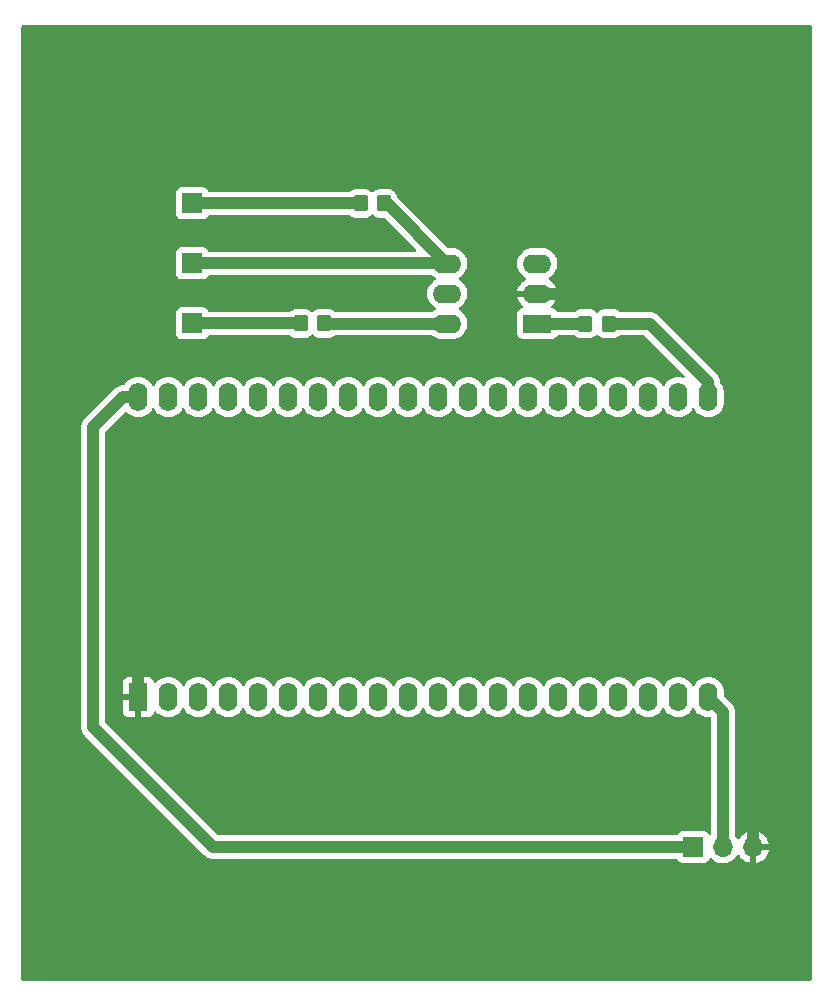
<source format=gbr>
%TF.GenerationSoftware,KiCad,Pcbnew,(6.0.5)*%
%TF.CreationDate,2022-05-25T11:21:46-03:00*%
%TF.ProjectId,PCB,5043422e-6b69-4636-9164-5f7063625858,rev?*%
%TF.SameCoordinates,Original*%
%TF.FileFunction,Copper,L2,Bot*%
%TF.FilePolarity,Positive*%
%FSLAX46Y46*%
G04 Gerber Fmt 4.6, Leading zero omitted, Abs format (unit mm)*
G04 Created by KiCad (PCBNEW (6.0.5)) date 2022-05-25 11:21:46*
%MOMM*%
%LPD*%
G01*
G04 APERTURE LIST*
G04 Aperture macros list*
%AMRoundRect*
0 Rectangle with rounded corners*
0 $1 Rounding radius*
0 $2 $3 $4 $5 $6 $7 $8 $9 X,Y pos of 4 corners*
0 Add a 4 corners polygon primitive as box body*
4,1,4,$2,$3,$4,$5,$6,$7,$8,$9,$2,$3,0*
0 Add four circle primitives for the rounded corners*
1,1,$1+$1,$2,$3*
1,1,$1+$1,$4,$5*
1,1,$1+$1,$6,$7*
1,1,$1+$1,$8,$9*
0 Add four rect primitives between the rounded corners*
20,1,$1+$1,$2,$3,$4,$5,0*
20,1,$1+$1,$4,$5,$6,$7,0*
20,1,$1+$1,$6,$7,$8,$9,0*
20,1,$1+$1,$8,$9,$2,$3,0*%
G04 Aperture macros list end*
%TA.AperFunction,SMDPad,CuDef*%
%ADD10RoundRect,0.250000X0.350000X0.450000X-0.350000X0.450000X-0.350000X-0.450000X0.350000X-0.450000X0*%
%TD*%
%TA.AperFunction,ComponentPad*%
%ADD11O,1.600000X2.400000*%
%TD*%
%TA.AperFunction,ComponentPad*%
%ADD12R,1.600000X2.400000*%
%TD*%
%TA.AperFunction,ComponentPad*%
%ADD13R,1.700000X1.700000*%
%TD*%
%TA.AperFunction,ComponentPad*%
%ADD14O,1.700000X1.700000*%
%TD*%
%TA.AperFunction,ComponentPad*%
%ADD15R,2.400000X1.600000*%
%TD*%
%TA.AperFunction,ComponentPad*%
%ADD16O,2.400000X1.600000*%
%TD*%
%TA.AperFunction,Conductor*%
%ADD17C,1.000000*%
%TD*%
%TA.AperFunction,Conductor*%
%ADD18C,0.250000*%
%TD*%
G04 APERTURE END LIST*
D10*
%TO.P,R3,1*%
%TO.N,Net-(R3-Pad1)*%
X164578000Y-82286000D03*
%TO.P,R3,2*%
%TO.N,Net-(R3-Pad2)*%
X162578000Y-82286000D03*
%TD*%
D11*
%TO.P,J2,40,Pin_40*%
%TO.N,VCC*%
X143761000Y-98679000D03*
%TO.P,J2,39,Pin_39*%
%TO.N,unconnected-(J2-Pad39)*%
X146301000Y-98679000D03*
%TO.P,J2,38,Pin_38*%
%TO.N,unconnected-(J2-Pad38)*%
X148841000Y-98679000D03*
%TO.P,J2,37,Pin_37*%
%TO.N,unconnected-(J2-Pad37)*%
X151381000Y-98679000D03*
%TO.P,J2,36,Pin_36*%
%TO.N,unconnected-(J2-Pad36)*%
X153921000Y-98679000D03*
%TO.P,J2,35,Pin_35*%
%TO.N,unconnected-(J2-Pad35)*%
X156461000Y-98679000D03*
%TO.P,J2,34,Pin_34*%
%TO.N,unconnected-(J2-Pad34)*%
X159001000Y-98679000D03*
%TO.P,J2,33,Pin_33*%
%TO.N,unconnected-(J2-Pad33)*%
X161541000Y-98679000D03*
%TO.P,J2,32,Pin_32*%
%TO.N,unconnected-(J2-Pad32)*%
X164081000Y-98679000D03*
%TO.P,J2,31,Pin_31*%
%TO.N,unconnected-(J2-Pad31)*%
X166621000Y-98679000D03*
%TO.P,J2,30,Pin_30*%
%TO.N,unconnected-(J2-Pad30)*%
X169161000Y-98679000D03*
%TO.P,J2,29,Pin_29*%
%TO.N,unconnected-(J2-Pad29)*%
X171701000Y-98679000D03*
%TO.P,J2,28,Pin_28*%
%TO.N,unconnected-(J2-Pad28)*%
X174241000Y-98679000D03*
%TO.P,J2,27,Pin_27*%
%TO.N,unconnected-(J2-Pad27)*%
X176781000Y-98679000D03*
%TO.P,J2,26,Pin_26*%
%TO.N,unconnected-(J2-Pad26)*%
X179321000Y-98679000D03*
%TO.P,J2,25,Pin_25*%
%TO.N,unconnected-(J2-Pad25)*%
X181861000Y-98679000D03*
%TO.P,J2,24,Pin_24*%
%TO.N,unconnected-(J2-Pad24)*%
X184401000Y-98679000D03*
%TO.P,J2,23,Pin_23*%
%TO.N,unconnected-(J2-Pad23)*%
X186941000Y-98679000D03*
%TO.P,J2,22,Pin_22*%
%TO.N,unconnected-(J2-Pad22)*%
X189481000Y-98679000D03*
%TO.P,J2,21,Pin_21*%
%TO.N,/PWM*%
X192021000Y-98679000D03*
%TO.P,J2,20,Pin_20*%
%TO.N,Net-(J1-Pad2)*%
X192021000Y-124079000D03*
%TO.P,J2,19,Pin_19*%
%TO.N,unconnected-(J2-Pad19)*%
X189481000Y-124079000D03*
%TO.P,J2,18,Pin_18*%
%TO.N,unconnected-(J2-Pad18)*%
X186941000Y-124079000D03*
%TO.P,J2,17,Pin_17*%
%TO.N,unconnected-(J2-Pad17)*%
X184401000Y-124079000D03*
%TO.P,J2,16,Pin_16*%
%TO.N,unconnected-(J2-Pad16)*%
X181861000Y-124079000D03*
%TO.P,J2,15,Pin_15*%
%TO.N,unconnected-(J2-Pad15)*%
X179321000Y-124079000D03*
%TO.P,J2,14,Pin_14*%
%TO.N,unconnected-(J2-Pad14)*%
X176781000Y-124079000D03*
%TO.P,J2,13,Pin_13*%
%TO.N,unconnected-(J2-Pad13)*%
X174241000Y-124079000D03*
%TO.P,J2,12,Pin_12*%
%TO.N,unconnected-(J2-Pad12)*%
X171701000Y-124079000D03*
%TO.P,J2,11,Pin_11*%
%TO.N,unconnected-(J2-Pad11)*%
X169161000Y-124079000D03*
%TO.P,J2,10,Pin_10*%
%TO.N,unconnected-(J2-Pad10)*%
X166621000Y-124079000D03*
%TO.P,J2,9,Pin_9*%
%TO.N,unconnected-(J2-Pad9)*%
X164081000Y-124079000D03*
%TO.P,J2,8,Pin_8*%
%TO.N,unconnected-(J2-Pad8)*%
X161541000Y-124079000D03*
%TO.P,J2,7,Pin_7*%
%TO.N,unconnected-(J2-Pad7)*%
X159001000Y-124079000D03*
%TO.P,J2,6,Pin_6*%
%TO.N,unconnected-(J2-Pad6)*%
X156461000Y-124079000D03*
%TO.P,J2,5,Pin_5*%
%TO.N,unconnected-(J2-Pad5)*%
X153921000Y-124079000D03*
%TO.P,J2,4,Pin_4*%
%TO.N,unconnected-(J2-Pad4)*%
X151381000Y-124079000D03*
%TO.P,J2,3,Pin_3*%
%TO.N,unconnected-(J2-Pad3)*%
X148841000Y-124079000D03*
%TO.P,J2,2,Pin_2*%
%TO.N,unconnected-(J2-Pad2)*%
X146301000Y-124079000D03*
D12*
%TO.P,J2,1,Pin_1*%
%TO.N,GND*%
X143761000Y-124079000D03*
%TD*%
D13*
%TO.P,J5,1,Pin_1*%
%TO.N,Net-(R3-Pad2)*%
X148338000Y-82286000D03*
%TD*%
%TO.P,J4,1,Pin_1*%
%TO.N,Net-(R3-Pad1)*%
X148338000Y-87366000D03*
%TD*%
%TO.P,J3,1,Pin_1*%
%TO.N,Net-(R2-Pad2)*%
X148338000Y-92446000D03*
%TD*%
%TO.P,J1,1,Pin_1*%
%TO.N,VCC*%
X190746000Y-136779000D03*
D14*
%TO.P,J1,2,Pin_2*%
%TO.N,Net-(J1-Pad2)*%
X193286000Y-136779000D03*
%TO.P,J1,3,Pin_3*%
%TO.N,GND*%
X195826000Y-136779000D03*
%TD*%
D15*
%TO.P,U1,1*%
%TO.N,Net-(R1-Pad2)*%
X177538000Y-92456000D03*
D16*
%TO.P,U1,2*%
%TO.N,GND*%
X177538000Y-89916000D03*
%TO.P,U1,3,NC*%
%TO.N,unconnected-(U1-Pad3)*%
X177538000Y-87376000D03*
%TO.P,U1,4*%
%TO.N,Net-(R3-Pad1)*%
X169918000Y-87376000D03*
%TO.P,U1,5,NC*%
%TO.N,unconnected-(U1-Pad5)*%
X169918000Y-89916000D03*
%TO.P,U1,6*%
%TO.N,Net-(R2-Pad1)*%
X169918000Y-92456000D03*
%TD*%
D10*
%TO.P,R2,1*%
%TO.N,Net-(R2-Pad1)*%
X159498000Y-92446000D03*
%TO.P,R2,2*%
%TO.N,Net-(R2-Pad2)*%
X157498000Y-92446000D03*
%TD*%
%TO.P,R1,1*%
%TO.N,/PWM*%
X183618000Y-92456000D03*
%TO.P,R1,2*%
%TO.N,Net-(R1-Pad2)*%
X181618000Y-92456000D03*
%TD*%
D17*
%TO.N,GND*%
X189603000Y-89916000D02*
X177538000Y-89916000D01*
X195826000Y-118999000D02*
X195826000Y-96139000D01*
X195826000Y-96139000D02*
X189603000Y-89916000D01*
%TO.N,/PWM*%
X187063000Y-92456000D02*
X183618000Y-92456000D01*
X192021000Y-97414000D02*
X187063000Y-92456000D01*
X192021000Y-98679000D02*
X192021000Y-97414000D01*
%TO.N,VCC*%
X142486000Y-98679000D02*
X143761000Y-98679000D01*
X139946000Y-101219000D02*
X142486000Y-98679000D01*
X150106000Y-136779000D02*
X139946000Y-126619000D01*
X139946000Y-126619000D02*
X139946000Y-101219000D01*
X190746000Y-136779000D02*
X150106000Y-136779000D01*
%TO.N,GND*%
X195826000Y-118999000D02*
X193286000Y-116459000D01*
X193286000Y-116459000D02*
X145026000Y-116459000D01*
X143761000Y-117724000D02*
X143761000Y-124079000D01*
X145026000Y-116459000D02*
X143761000Y-117724000D01*
X195826000Y-136779000D02*
X195826000Y-118999000D01*
%TO.N,Net-(J1-Pad2)*%
X193286000Y-125344000D02*
X193286000Y-136779000D01*
X192021000Y-124079000D02*
X193286000Y-125344000D01*
%TO.N,Net-(R1-Pad2)*%
X177538000Y-92456000D02*
X181618000Y-92456000D01*
X181608000Y-92466000D02*
X181618000Y-92456000D01*
%TO.N,Net-(R3-Pad2)*%
X162578000Y-82286000D02*
X148338000Y-82286000D01*
%TO.N,Net-(R3-Pad1)*%
X164828000Y-82286000D02*
X169918000Y-87376000D01*
X164578000Y-82286000D02*
X164828000Y-82286000D01*
X169908000Y-87366000D02*
X169918000Y-87376000D01*
X148338000Y-87366000D02*
X169908000Y-87366000D01*
%TO.N,Net-(R2-Pad2)*%
X157498000Y-92446000D02*
X148338000Y-92446000D01*
%TO.N,Net-(R2-Pad1)*%
X159498000Y-92446000D02*
X159508000Y-92456000D01*
X159508000Y-92456000D02*
X169918000Y-92456000D01*
D18*
%TO.N,Net-(R1-Pad2)*%
X181618000Y-92456000D02*
X181608000Y-92446000D01*
%TD*%
%TA.AperFunction,Conductor*%
%TO.N,GND*%
G36*
X200728621Y-67203002D02*
G01*
X200775114Y-67256658D01*
X200786500Y-67309000D01*
X200786500Y-147956000D01*
X200766498Y-148024121D01*
X200712842Y-148070614D01*
X200660500Y-148082000D01*
X133984500Y-148082000D01*
X133916379Y-148061998D01*
X133869886Y-148008342D01*
X133858500Y-147956000D01*
X133858500Y-101215462D01*
X138932626Y-101215462D01*
X138933206Y-101221593D01*
X138936941Y-101261109D01*
X138937500Y-101272967D01*
X138937500Y-126557157D01*
X138936763Y-126570764D01*
X138932676Y-126608388D01*
X138933213Y-126614523D01*
X138937050Y-126658388D01*
X138937379Y-126663214D01*
X138937500Y-126665686D01*
X138937500Y-126668769D01*
X138937801Y-126671837D01*
X138941690Y-126711506D01*
X138941812Y-126712819D01*
X138949913Y-126805413D01*
X138951400Y-126810532D01*
X138951920Y-126815833D01*
X138978791Y-126904834D01*
X138979126Y-126905967D01*
X139005091Y-126995336D01*
X139007544Y-127000068D01*
X139009084Y-127005169D01*
X139011978Y-127010612D01*
X139052731Y-127087260D01*
X139053343Y-127088426D01*
X139096108Y-127170926D01*
X139099431Y-127175089D01*
X139101934Y-127179796D01*
X139160755Y-127251918D01*
X139161446Y-127252774D01*
X139192738Y-127291973D01*
X139195242Y-127294477D01*
X139195884Y-127295195D01*
X139199585Y-127299528D01*
X139226935Y-127333062D01*
X139231682Y-127336989D01*
X139231684Y-127336991D01*
X139262262Y-127362287D01*
X139271042Y-127370277D01*
X149349145Y-137448379D01*
X149358247Y-137458522D01*
X149381968Y-137488025D01*
X149386696Y-137491992D01*
X149420421Y-137520291D01*
X149424069Y-137523472D01*
X149425881Y-137525115D01*
X149428075Y-137527309D01*
X149461349Y-137554642D01*
X149462147Y-137555304D01*
X149533474Y-137615154D01*
X149538144Y-137617722D01*
X149542261Y-137621103D01*
X149619446Y-137662489D01*
X149624120Y-137664995D01*
X149625280Y-137665624D01*
X149701389Y-137707466D01*
X149701394Y-137707468D01*
X149706787Y-137710433D01*
X149711865Y-137712044D01*
X149716563Y-137714563D01*
X149805498Y-137741753D01*
X149806702Y-137742128D01*
X149895306Y-137770235D01*
X149900597Y-137770828D01*
X149905698Y-137772388D01*
X149911830Y-137773011D01*
X149911836Y-137773012D01*
X149972338Y-137779157D01*
X149998263Y-137781790D01*
X149999450Y-137781916D01*
X150028838Y-137785213D01*
X150045730Y-137787108D01*
X150045735Y-137787108D01*
X150049227Y-137787500D01*
X150052752Y-137787500D01*
X150053737Y-137787555D01*
X150059432Y-137788003D01*
X150071342Y-137789213D01*
X150096334Y-137791752D01*
X150096339Y-137791752D01*
X150102462Y-137792374D01*
X150148111Y-137788059D01*
X150159968Y-137787500D01*
X189324991Y-137787500D01*
X189393112Y-137807502D01*
X189439605Y-137861158D01*
X189441903Y-137866694D01*
X189442232Y-137867296D01*
X189445385Y-137875705D01*
X189532739Y-137992261D01*
X189649295Y-138079615D01*
X189785684Y-138130745D01*
X189847866Y-138137500D01*
X191644134Y-138137500D01*
X191706316Y-138130745D01*
X191842705Y-138079615D01*
X191959261Y-137992261D01*
X192046615Y-137875705D01*
X192068799Y-137816529D01*
X192090598Y-137758382D01*
X192133240Y-137701618D01*
X192199802Y-137676918D01*
X192269150Y-137692126D01*
X192303817Y-137720114D01*
X192332250Y-137752938D01*
X192504126Y-137895632D01*
X192697000Y-138008338D01*
X192905692Y-138088030D01*
X192910760Y-138089061D01*
X192910763Y-138089062D01*
X193005862Y-138108410D01*
X193124597Y-138132567D01*
X193129772Y-138132757D01*
X193129774Y-138132757D01*
X193342673Y-138140564D01*
X193342677Y-138140564D01*
X193347837Y-138140753D01*
X193352957Y-138140097D01*
X193352959Y-138140097D01*
X193564288Y-138113025D01*
X193564289Y-138113025D01*
X193569416Y-138112368D01*
X193574366Y-138110883D01*
X193778429Y-138049661D01*
X193778434Y-138049659D01*
X193783384Y-138048174D01*
X193983994Y-137949896D01*
X194165860Y-137820173D01*
X194178576Y-137807502D01*
X194274170Y-137712241D01*
X194324096Y-137662489D01*
X194358110Y-137615154D01*
X194454453Y-137481077D01*
X194455640Y-137481930D01*
X194502960Y-137438362D01*
X194572897Y-137426145D01*
X194638338Y-137453678D01*
X194666166Y-137485511D01*
X194723694Y-137579388D01*
X194729777Y-137587699D01*
X194869213Y-137748667D01*
X194876580Y-137755883D01*
X195040434Y-137891916D01*
X195048881Y-137897831D01*
X195232756Y-138005279D01*
X195242042Y-138009729D01*
X195441001Y-138085703D01*
X195450899Y-138088579D01*
X195554250Y-138109606D01*
X195568299Y-138108410D01*
X195572000Y-138098065D01*
X195572000Y-138097517D01*
X196080000Y-138097517D01*
X196084064Y-138111359D01*
X196097478Y-138113393D01*
X196104184Y-138112534D01*
X196114262Y-138110392D01*
X196318255Y-138049191D01*
X196327842Y-138045433D01*
X196519095Y-137951739D01*
X196527945Y-137946464D01*
X196701328Y-137822792D01*
X196709200Y-137816139D01*
X196860052Y-137665812D01*
X196866730Y-137657965D01*
X196991003Y-137485020D01*
X196996313Y-137476183D01*
X197090670Y-137285267D01*
X197094469Y-137275672D01*
X197156377Y-137071910D01*
X197158555Y-137061837D01*
X197159986Y-137050962D01*
X197157775Y-137036778D01*
X197144617Y-137033000D01*
X196098115Y-137033000D01*
X196082876Y-137037475D01*
X196081671Y-137038865D01*
X196080000Y-137046548D01*
X196080000Y-138097517D01*
X195572000Y-138097517D01*
X195572000Y-136506885D01*
X196080000Y-136506885D01*
X196084475Y-136522124D01*
X196085865Y-136523329D01*
X196093548Y-136525000D01*
X197144344Y-136525000D01*
X197157875Y-136521027D01*
X197159180Y-136511947D01*
X197117214Y-136344875D01*
X197113894Y-136335124D01*
X197028972Y-136139814D01*
X197024105Y-136130739D01*
X196908426Y-135951926D01*
X196902136Y-135943757D01*
X196758806Y-135786240D01*
X196751273Y-135779215D01*
X196584139Y-135647222D01*
X196575552Y-135641517D01*
X196389117Y-135538599D01*
X196379705Y-135534369D01*
X196178959Y-135463280D01*
X196168988Y-135460646D01*
X196097837Y-135447972D01*
X196084540Y-135449432D01*
X196080000Y-135463989D01*
X196080000Y-136506885D01*
X195572000Y-136506885D01*
X195572000Y-135462102D01*
X195568082Y-135448758D01*
X195553806Y-135446771D01*
X195515324Y-135452660D01*
X195505288Y-135455051D01*
X195302868Y-135521212D01*
X195293359Y-135525209D01*
X195104463Y-135623542D01*
X195095738Y-135629036D01*
X194925433Y-135756905D01*
X194917726Y-135763748D01*
X194770590Y-135917717D01*
X194764109Y-135925722D01*
X194659498Y-136079074D01*
X194604587Y-136124076D01*
X194534062Y-136132247D01*
X194470315Y-136100993D01*
X194449618Y-136076509D01*
X194440568Y-136062520D01*
X194366014Y-135947277D01*
X194362532Y-135943450D01*
X194327306Y-135904737D01*
X194296254Y-135840891D01*
X194294500Y-135819938D01*
X194294500Y-125405842D01*
X194295237Y-125392235D01*
X194298659Y-125360737D01*
X194298659Y-125360732D01*
X194299324Y-125354611D01*
X194295626Y-125312341D01*
X194294950Y-125304609D01*
X194294621Y-125299784D01*
X194294500Y-125297313D01*
X194294500Y-125294231D01*
X194290309Y-125251489D01*
X194290187Y-125250174D01*
X194282623Y-125163719D01*
X194282087Y-125157587D01*
X194280600Y-125152468D01*
X194280080Y-125147167D01*
X194253209Y-125058166D01*
X194252874Y-125057033D01*
X194228630Y-124973586D01*
X194228628Y-124973582D01*
X194226909Y-124967664D01*
X194224456Y-124962932D01*
X194222916Y-124957831D01*
X194179269Y-124875740D01*
X194178657Y-124874574D01*
X194138729Y-124797547D01*
X194135892Y-124792074D01*
X194132569Y-124787911D01*
X194130066Y-124783204D01*
X194071245Y-124711082D01*
X194070554Y-124710226D01*
X194039262Y-124671027D01*
X194036758Y-124668523D01*
X194036116Y-124667805D01*
X194032415Y-124663472D01*
X194005065Y-124629938D01*
X193969733Y-124600709D01*
X193960963Y-124592728D01*
X193366405Y-123998171D01*
X193332380Y-123935858D01*
X193329500Y-123909075D01*
X193329500Y-123621873D01*
X193314543Y-123450913D01*
X193255284Y-123229757D01*
X193176805Y-123061457D01*
X193160849Y-123027238D01*
X193160846Y-123027233D01*
X193158523Y-123022251D01*
X193085098Y-122917389D01*
X193030357Y-122839211D01*
X193030355Y-122839208D01*
X193027198Y-122834700D01*
X192865300Y-122672802D01*
X192860792Y-122669645D01*
X192860789Y-122669643D01*
X192782611Y-122614902D01*
X192677749Y-122541477D01*
X192672767Y-122539154D01*
X192672762Y-122539151D01*
X192475225Y-122447039D01*
X192475224Y-122447039D01*
X192470243Y-122444716D01*
X192464935Y-122443294D01*
X192464933Y-122443293D01*
X192254402Y-122386881D01*
X192254400Y-122386881D01*
X192249087Y-122385457D01*
X192021000Y-122365502D01*
X191792913Y-122385457D01*
X191787600Y-122386881D01*
X191787598Y-122386881D01*
X191577067Y-122443293D01*
X191577065Y-122443294D01*
X191571757Y-122444716D01*
X191566776Y-122447039D01*
X191566775Y-122447039D01*
X191369238Y-122539151D01*
X191369233Y-122539154D01*
X191364251Y-122541477D01*
X191259389Y-122614902D01*
X191181211Y-122669643D01*
X191181208Y-122669645D01*
X191176700Y-122672802D01*
X191014802Y-122834700D01*
X191011645Y-122839208D01*
X191011643Y-122839211D01*
X190956902Y-122917389D01*
X190883477Y-123022251D01*
X190881154Y-123027233D01*
X190881151Y-123027238D01*
X190865195Y-123061457D01*
X190818278Y-123114742D01*
X190750001Y-123134203D01*
X190682041Y-123113661D01*
X190636805Y-123061457D01*
X190620849Y-123027238D01*
X190620846Y-123027233D01*
X190618523Y-123022251D01*
X190545098Y-122917389D01*
X190490357Y-122839211D01*
X190490355Y-122839208D01*
X190487198Y-122834700D01*
X190325300Y-122672802D01*
X190320792Y-122669645D01*
X190320789Y-122669643D01*
X190242611Y-122614902D01*
X190137749Y-122541477D01*
X190132767Y-122539154D01*
X190132762Y-122539151D01*
X189935225Y-122447039D01*
X189935224Y-122447039D01*
X189930243Y-122444716D01*
X189924935Y-122443294D01*
X189924933Y-122443293D01*
X189714402Y-122386881D01*
X189714400Y-122386881D01*
X189709087Y-122385457D01*
X189481000Y-122365502D01*
X189252913Y-122385457D01*
X189247600Y-122386881D01*
X189247598Y-122386881D01*
X189037067Y-122443293D01*
X189037065Y-122443294D01*
X189031757Y-122444716D01*
X189026776Y-122447039D01*
X189026775Y-122447039D01*
X188829238Y-122539151D01*
X188829233Y-122539154D01*
X188824251Y-122541477D01*
X188719389Y-122614902D01*
X188641211Y-122669643D01*
X188641208Y-122669645D01*
X188636700Y-122672802D01*
X188474802Y-122834700D01*
X188471645Y-122839208D01*
X188471643Y-122839211D01*
X188416902Y-122917389D01*
X188343477Y-123022251D01*
X188341154Y-123027233D01*
X188341151Y-123027238D01*
X188325195Y-123061457D01*
X188278278Y-123114742D01*
X188210001Y-123134203D01*
X188142041Y-123113661D01*
X188096805Y-123061457D01*
X188080849Y-123027238D01*
X188080846Y-123027233D01*
X188078523Y-123022251D01*
X188005098Y-122917389D01*
X187950357Y-122839211D01*
X187950355Y-122839208D01*
X187947198Y-122834700D01*
X187785300Y-122672802D01*
X187780792Y-122669645D01*
X187780789Y-122669643D01*
X187702611Y-122614902D01*
X187597749Y-122541477D01*
X187592767Y-122539154D01*
X187592762Y-122539151D01*
X187395225Y-122447039D01*
X187395224Y-122447039D01*
X187390243Y-122444716D01*
X187384935Y-122443294D01*
X187384933Y-122443293D01*
X187174402Y-122386881D01*
X187174400Y-122386881D01*
X187169087Y-122385457D01*
X186941000Y-122365502D01*
X186712913Y-122385457D01*
X186707600Y-122386881D01*
X186707598Y-122386881D01*
X186497067Y-122443293D01*
X186497065Y-122443294D01*
X186491757Y-122444716D01*
X186486776Y-122447039D01*
X186486775Y-122447039D01*
X186289238Y-122539151D01*
X186289233Y-122539154D01*
X186284251Y-122541477D01*
X186179389Y-122614902D01*
X186101211Y-122669643D01*
X186101208Y-122669645D01*
X186096700Y-122672802D01*
X185934802Y-122834700D01*
X185931645Y-122839208D01*
X185931643Y-122839211D01*
X185876902Y-122917389D01*
X185803477Y-123022251D01*
X185801154Y-123027233D01*
X185801151Y-123027238D01*
X185785195Y-123061457D01*
X185738278Y-123114742D01*
X185670001Y-123134203D01*
X185602041Y-123113661D01*
X185556805Y-123061457D01*
X185540849Y-123027238D01*
X185540846Y-123027233D01*
X185538523Y-123022251D01*
X185465098Y-122917389D01*
X185410357Y-122839211D01*
X185410355Y-122839208D01*
X185407198Y-122834700D01*
X185245300Y-122672802D01*
X185240792Y-122669645D01*
X185240789Y-122669643D01*
X185162611Y-122614902D01*
X185057749Y-122541477D01*
X185052767Y-122539154D01*
X185052762Y-122539151D01*
X184855225Y-122447039D01*
X184855224Y-122447039D01*
X184850243Y-122444716D01*
X184844935Y-122443294D01*
X184844933Y-122443293D01*
X184634402Y-122386881D01*
X184634400Y-122386881D01*
X184629087Y-122385457D01*
X184401000Y-122365502D01*
X184172913Y-122385457D01*
X184167600Y-122386881D01*
X184167598Y-122386881D01*
X183957067Y-122443293D01*
X183957065Y-122443294D01*
X183951757Y-122444716D01*
X183946776Y-122447039D01*
X183946775Y-122447039D01*
X183749238Y-122539151D01*
X183749233Y-122539154D01*
X183744251Y-122541477D01*
X183639389Y-122614902D01*
X183561211Y-122669643D01*
X183561208Y-122669645D01*
X183556700Y-122672802D01*
X183394802Y-122834700D01*
X183391645Y-122839208D01*
X183391643Y-122839211D01*
X183336902Y-122917389D01*
X183263477Y-123022251D01*
X183261154Y-123027233D01*
X183261151Y-123027238D01*
X183245195Y-123061457D01*
X183198278Y-123114742D01*
X183130001Y-123134203D01*
X183062041Y-123113661D01*
X183016805Y-123061457D01*
X183000849Y-123027238D01*
X183000846Y-123027233D01*
X182998523Y-123022251D01*
X182925098Y-122917389D01*
X182870357Y-122839211D01*
X182870355Y-122839208D01*
X182867198Y-122834700D01*
X182705300Y-122672802D01*
X182700792Y-122669645D01*
X182700789Y-122669643D01*
X182622611Y-122614902D01*
X182517749Y-122541477D01*
X182512767Y-122539154D01*
X182512762Y-122539151D01*
X182315225Y-122447039D01*
X182315224Y-122447039D01*
X182310243Y-122444716D01*
X182304935Y-122443294D01*
X182304933Y-122443293D01*
X182094402Y-122386881D01*
X182094400Y-122386881D01*
X182089087Y-122385457D01*
X181861000Y-122365502D01*
X181632913Y-122385457D01*
X181627600Y-122386881D01*
X181627598Y-122386881D01*
X181417067Y-122443293D01*
X181417065Y-122443294D01*
X181411757Y-122444716D01*
X181406776Y-122447039D01*
X181406775Y-122447039D01*
X181209238Y-122539151D01*
X181209233Y-122539154D01*
X181204251Y-122541477D01*
X181099389Y-122614902D01*
X181021211Y-122669643D01*
X181021208Y-122669645D01*
X181016700Y-122672802D01*
X180854802Y-122834700D01*
X180851645Y-122839208D01*
X180851643Y-122839211D01*
X180796902Y-122917389D01*
X180723477Y-123022251D01*
X180721154Y-123027233D01*
X180721151Y-123027238D01*
X180705195Y-123061457D01*
X180658278Y-123114742D01*
X180590001Y-123134203D01*
X180522041Y-123113661D01*
X180476805Y-123061457D01*
X180460849Y-123027238D01*
X180460846Y-123027233D01*
X180458523Y-123022251D01*
X180385098Y-122917389D01*
X180330357Y-122839211D01*
X180330355Y-122839208D01*
X180327198Y-122834700D01*
X180165300Y-122672802D01*
X180160792Y-122669645D01*
X180160789Y-122669643D01*
X180082611Y-122614902D01*
X179977749Y-122541477D01*
X179972767Y-122539154D01*
X179972762Y-122539151D01*
X179775225Y-122447039D01*
X179775224Y-122447039D01*
X179770243Y-122444716D01*
X179764935Y-122443294D01*
X179764933Y-122443293D01*
X179554402Y-122386881D01*
X179554400Y-122386881D01*
X179549087Y-122385457D01*
X179321000Y-122365502D01*
X179092913Y-122385457D01*
X179087600Y-122386881D01*
X179087598Y-122386881D01*
X178877067Y-122443293D01*
X178877065Y-122443294D01*
X178871757Y-122444716D01*
X178866776Y-122447039D01*
X178866775Y-122447039D01*
X178669238Y-122539151D01*
X178669233Y-122539154D01*
X178664251Y-122541477D01*
X178559389Y-122614902D01*
X178481211Y-122669643D01*
X178481208Y-122669645D01*
X178476700Y-122672802D01*
X178314802Y-122834700D01*
X178311645Y-122839208D01*
X178311643Y-122839211D01*
X178256902Y-122917389D01*
X178183477Y-123022251D01*
X178181154Y-123027233D01*
X178181151Y-123027238D01*
X178165195Y-123061457D01*
X178118278Y-123114742D01*
X178050001Y-123134203D01*
X177982041Y-123113661D01*
X177936805Y-123061457D01*
X177920849Y-123027238D01*
X177920846Y-123027233D01*
X177918523Y-123022251D01*
X177845098Y-122917389D01*
X177790357Y-122839211D01*
X177790355Y-122839208D01*
X177787198Y-122834700D01*
X177625300Y-122672802D01*
X177620792Y-122669645D01*
X177620789Y-122669643D01*
X177542611Y-122614902D01*
X177437749Y-122541477D01*
X177432767Y-122539154D01*
X177432762Y-122539151D01*
X177235225Y-122447039D01*
X177235224Y-122447039D01*
X177230243Y-122444716D01*
X177224935Y-122443294D01*
X177224933Y-122443293D01*
X177014402Y-122386881D01*
X177014400Y-122386881D01*
X177009087Y-122385457D01*
X176781000Y-122365502D01*
X176552913Y-122385457D01*
X176547600Y-122386881D01*
X176547598Y-122386881D01*
X176337067Y-122443293D01*
X176337065Y-122443294D01*
X176331757Y-122444716D01*
X176326776Y-122447039D01*
X176326775Y-122447039D01*
X176129238Y-122539151D01*
X176129233Y-122539154D01*
X176124251Y-122541477D01*
X176019389Y-122614902D01*
X175941211Y-122669643D01*
X175941208Y-122669645D01*
X175936700Y-122672802D01*
X175774802Y-122834700D01*
X175771645Y-122839208D01*
X175771643Y-122839211D01*
X175716902Y-122917389D01*
X175643477Y-123022251D01*
X175641154Y-123027233D01*
X175641151Y-123027238D01*
X175625195Y-123061457D01*
X175578278Y-123114742D01*
X175510001Y-123134203D01*
X175442041Y-123113661D01*
X175396805Y-123061457D01*
X175380849Y-123027238D01*
X175380846Y-123027233D01*
X175378523Y-123022251D01*
X175305098Y-122917389D01*
X175250357Y-122839211D01*
X175250355Y-122839208D01*
X175247198Y-122834700D01*
X175085300Y-122672802D01*
X175080792Y-122669645D01*
X175080789Y-122669643D01*
X175002611Y-122614902D01*
X174897749Y-122541477D01*
X174892767Y-122539154D01*
X174892762Y-122539151D01*
X174695225Y-122447039D01*
X174695224Y-122447039D01*
X174690243Y-122444716D01*
X174684935Y-122443294D01*
X174684933Y-122443293D01*
X174474402Y-122386881D01*
X174474400Y-122386881D01*
X174469087Y-122385457D01*
X174241000Y-122365502D01*
X174012913Y-122385457D01*
X174007600Y-122386881D01*
X174007598Y-122386881D01*
X173797067Y-122443293D01*
X173797065Y-122443294D01*
X173791757Y-122444716D01*
X173786776Y-122447039D01*
X173786775Y-122447039D01*
X173589238Y-122539151D01*
X173589233Y-122539154D01*
X173584251Y-122541477D01*
X173479389Y-122614902D01*
X173401211Y-122669643D01*
X173401208Y-122669645D01*
X173396700Y-122672802D01*
X173234802Y-122834700D01*
X173231645Y-122839208D01*
X173231643Y-122839211D01*
X173176902Y-122917389D01*
X173103477Y-123022251D01*
X173101154Y-123027233D01*
X173101151Y-123027238D01*
X173085195Y-123061457D01*
X173038278Y-123114742D01*
X172970001Y-123134203D01*
X172902041Y-123113661D01*
X172856805Y-123061457D01*
X172840849Y-123027238D01*
X172840846Y-123027233D01*
X172838523Y-123022251D01*
X172765098Y-122917389D01*
X172710357Y-122839211D01*
X172710355Y-122839208D01*
X172707198Y-122834700D01*
X172545300Y-122672802D01*
X172540792Y-122669645D01*
X172540789Y-122669643D01*
X172462611Y-122614902D01*
X172357749Y-122541477D01*
X172352767Y-122539154D01*
X172352762Y-122539151D01*
X172155225Y-122447039D01*
X172155224Y-122447039D01*
X172150243Y-122444716D01*
X172144935Y-122443294D01*
X172144933Y-122443293D01*
X171934402Y-122386881D01*
X171934400Y-122386881D01*
X171929087Y-122385457D01*
X171701000Y-122365502D01*
X171472913Y-122385457D01*
X171467600Y-122386881D01*
X171467598Y-122386881D01*
X171257067Y-122443293D01*
X171257065Y-122443294D01*
X171251757Y-122444716D01*
X171246776Y-122447039D01*
X171246775Y-122447039D01*
X171049238Y-122539151D01*
X171049233Y-122539154D01*
X171044251Y-122541477D01*
X170939389Y-122614902D01*
X170861211Y-122669643D01*
X170861208Y-122669645D01*
X170856700Y-122672802D01*
X170694802Y-122834700D01*
X170691645Y-122839208D01*
X170691643Y-122839211D01*
X170636902Y-122917389D01*
X170563477Y-123022251D01*
X170561154Y-123027233D01*
X170561151Y-123027238D01*
X170545195Y-123061457D01*
X170498278Y-123114742D01*
X170430001Y-123134203D01*
X170362041Y-123113661D01*
X170316805Y-123061457D01*
X170300849Y-123027238D01*
X170300846Y-123027233D01*
X170298523Y-123022251D01*
X170225098Y-122917389D01*
X170170357Y-122839211D01*
X170170355Y-122839208D01*
X170167198Y-122834700D01*
X170005300Y-122672802D01*
X170000792Y-122669645D01*
X170000789Y-122669643D01*
X169922611Y-122614902D01*
X169817749Y-122541477D01*
X169812767Y-122539154D01*
X169812762Y-122539151D01*
X169615225Y-122447039D01*
X169615224Y-122447039D01*
X169610243Y-122444716D01*
X169604935Y-122443294D01*
X169604933Y-122443293D01*
X169394402Y-122386881D01*
X169394400Y-122386881D01*
X169389087Y-122385457D01*
X169161000Y-122365502D01*
X168932913Y-122385457D01*
X168927600Y-122386881D01*
X168927598Y-122386881D01*
X168717067Y-122443293D01*
X168717065Y-122443294D01*
X168711757Y-122444716D01*
X168706776Y-122447039D01*
X168706775Y-122447039D01*
X168509238Y-122539151D01*
X168509233Y-122539154D01*
X168504251Y-122541477D01*
X168399389Y-122614902D01*
X168321211Y-122669643D01*
X168321208Y-122669645D01*
X168316700Y-122672802D01*
X168154802Y-122834700D01*
X168151645Y-122839208D01*
X168151643Y-122839211D01*
X168096902Y-122917389D01*
X168023477Y-123022251D01*
X168021154Y-123027233D01*
X168021151Y-123027238D01*
X168005195Y-123061457D01*
X167958278Y-123114742D01*
X167890001Y-123134203D01*
X167822041Y-123113661D01*
X167776805Y-123061457D01*
X167760849Y-123027238D01*
X167760846Y-123027233D01*
X167758523Y-123022251D01*
X167685098Y-122917389D01*
X167630357Y-122839211D01*
X167630355Y-122839208D01*
X167627198Y-122834700D01*
X167465300Y-122672802D01*
X167460792Y-122669645D01*
X167460789Y-122669643D01*
X167382611Y-122614902D01*
X167277749Y-122541477D01*
X167272767Y-122539154D01*
X167272762Y-122539151D01*
X167075225Y-122447039D01*
X167075224Y-122447039D01*
X167070243Y-122444716D01*
X167064935Y-122443294D01*
X167064933Y-122443293D01*
X166854402Y-122386881D01*
X166854400Y-122386881D01*
X166849087Y-122385457D01*
X166621000Y-122365502D01*
X166392913Y-122385457D01*
X166387600Y-122386881D01*
X166387598Y-122386881D01*
X166177067Y-122443293D01*
X166177065Y-122443294D01*
X166171757Y-122444716D01*
X166166776Y-122447039D01*
X166166775Y-122447039D01*
X165969238Y-122539151D01*
X165969233Y-122539154D01*
X165964251Y-122541477D01*
X165859389Y-122614902D01*
X165781211Y-122669643D01*
X165781208Y-122669645D01*
X165776700Y-122672802D01*
X165614802Y-122834700D01*
X165611645Y-122839208D01*
X165611643Y-122839211D01*
X165556902Y-122917389D01*
X165483477Y-123022251D01*
X165481154Y-123027233D01*
X165481151Y-123027238D01*
X165465195Y-123061457D01*
X165418278Y-123114742D01*
X165350001Y-123134203D01*
X165282041Y-123113661D01*
X165236805Y-123061457D01*
X165220849Y-123027238D01*
X165220846Y-123027233D01*
X165218523Y-123022251D01*
X165145098Y-122917389D01*
X165090357Y-122839211D01*
X165090355Y-122839208D01*
X165087198Y-122834700D01*
X164925300Y-122672802D01*
X164920792Y-122669645D01*
X164920789Y-122669643D01*
X164842611Y-122614902D01*
X164737749Y-122541477D01*
X164732767Y-122539154D01*
X164732762Y-122539151D01*
X164535225Y-122447039D01*
X164535224Y-122447039D01*
X164530243Y-122444716D01*
X164524935Y-122443294D01*
X164524933Y-122443293D01*
X164314402Y-122386881D01*
X164314400Y-122386881D01*
X164309087Y-122385457D01*
X164081000Y-122365502D01*
X163852913Y-122385457D01*
X163847600Y-122386881D01*
X163847598Y-122386881D01*
X163637067Y-122443293D01*
X163637065Y-122443294D01*
X163631757Y-122444716D01*
X163626776Y-122447039D01*
X163626775Y-122447039D01*
X163429238Y-122539151D01*
X163429233Y-122539154D01*
X163424251Y-122541477D01*
X163319389Y-122614902D01*
X163241211Y-122669643D01*
X163241208Y-122669645D01*
X163236700Y-122672802D01*
X163074802Y-122834700D01*
X163071645Y-122839208D01*
X163071643Y-122839211D01*
X163016902Y-122917389D01*
X162943477Y-123022251D01*
X162941154Y-123027233D01*
X162941151Y-123027238D01*
X162925195Y-123061457D01*
X162878278Y-123114742D01*
X162810001Y-123134203D01*
X162742041Y-123113661D01*
X162696805Y-123061457D01*
X162680849Y-123027238D01*
X162680846Y-123027233D01*
X162678523Y-123022251D01*
X162605098Y-122917389D01*
X162550357Y-122839211D01*
X162550355Y-122839208D01*
X162547198Y-122834700D01*
X162385300Y-122672802D01*
X162380792Y-122669645D01*
X162380789Y-122669643D01*
X162302611Y-122614902D01*
X162197749Y-122541477D01*
X162192767Y-122539154D01*
X162192762Y-122539151D01*
X161995225Y-122447039D01*
X161995224Y-122447039D01*
X161990243Y-122444716D01*
X161984935Y-122443294D01*
X161984933Y-122443293D01*
X161774402Y-122386881D01*
X161774400Y-122386881D01*
X161769087Y-122385457D01*
X161541000Y-122365502D01*
X161312913Y-122385457D01*
X161307600Y-122386881D01*
X161307598Y-122386881D01*
X161097067Y-122443293D01*
X161097065Y-122443294D01*
X161091757Y-122444716D01*
X161086776Y-122447039D01*
X161086775Y-122447039D01*
X160889238Y-122539151D01*
X160889233Y-122539154D01*
X160884251Y-122541477D01*
X160779389Y-122614902D01*
X160701211Y-122669643D01*
X160701208Y-122669645D01*
X160696700Y-122672802D01*
X160534802Y-122834700D01*
X160531645Y-122839208D01*
X160531643Y-122839211D01*
X160476902Y-122917389D01*
X160403477Y-123022251D01*
X160401154Y-123027233D01*
X160401151Y-123027238D01*
X160385195Y-123061457D01*
X160338278Y-123114742D01*
X160270001Y-123134203D01*
X160202041Y-123113661D01*
X160156805Y-123061457D01*
X160140849Y-123027238D01*
X160140846Y-123027233D01*
X160138523Y-123022251D01*
X160065098Y-122917389D01*
X160010357Y-122839211D01*
X160010355Y-122839208D01*
X160007198Y-122834700D01*
X159845300Y-122672802D01*
X159840792Y-122669645D01*
X159840789Y-122669643D01*
X159762611Y-122614902D01*
X159657749Y-122541477D01*
X159652767Y-122539154D01*
X159652762Y-122539151D01*
X159455225Y-122447039D01*
X159455224Y-122447039D01*
X159450243Y-122444716D01*
X159444935Y-122443294D01*
X159444933Y-122443293D01*
X159234402Y-122386881D01*
X159234400Y-122386881D01*
X159229087Y-122385457D01*
X159001000Y-122365502D01*
X158772913Y-122385457D01*
X158767600Y-122386881D01*
X158767598Y-122386881D01*
X158557067Y-122443293D01*
X158557065Y-122443294D01*
X158551757Y-122444716D01*
X158546776Y-122447039D01*
X158546775Y-122447039D01*
X158349238Y-122539151D01*
X158349233Y-122539154D01*
X158344251Y-122541477D01*
X158239389Y-122614902D01*
X158161211Y-122669643D01*
X158161208Y-122669645D01*
X158156700Y-122672802D01*
X157994802Y-122834700D01*
X157991645Y-122839208D01*
X157991643Y-122839211D01*
X157936902Y-122917389D01*
X157863477Y-123022251D01*
X157861154Y-123027233D01*
X157861151Y-123027238D01*
X157845195Y-123061457D01*
X157798278Y-123114742D01*
X157730001Y-123134203D01*
X157662041Y-123113661D01*
X157616805Y-123061457D01*
X157600849Y-123027238D01*
X157600846Y-123027233D01*
X157598523Y-123022251D01*
X157525098Y-122917389D01*
X157470357Y-122839211D01*
X157470355Y-122839208D01*
X157467198Y-122834700D01*
X157305300Y-122672802D01*
X157300792Y-122669645D01*
X157300789Y-122669643D01*
X157222611Y-122614902D01*
X157117749Y-122541477D01*
X157112767Y-122539154D01*
X157112762Y-122539151D01*
X156915225Y-122447039D01*
X156915224Y-122447039D01*
X156910243Y-122444716D01*
X156904935Y-122443294D01*
X156904933Y-122443293D01*
X156694402Y-122386881D01*
X156694400Y-122386881D01*
X156689087Y-122385457D01*
X156461000Y-122365502D01*
X156232913Y-122385457D01*
X156227600Y-122386881D01*
X156227598Y-122386881D01*
X156017067Y-122443293D01*
X156017065Y-122443294D01*
X156011757Y-122444716D01*
X156006776Y-122447039D01*
X156006775Y-122447039D01*
X155809238Y-122539151D01*
X155809233Y-122539154D01*
X155804251Y-122541477D01*
X155699389Y-122614902D01*
X155621211Y-122669643D01*
X155621208Y-122669645D01*
X155616700Y-122672802D01*
X155454802Y-122834700D01*
X155451645Y-122839208D01*
X155451643Y-122839211D01*
X155396902Y-122917389D01*
X155323477Y-123022251D01*
X155321154Y-123027233D01*
X155321151Y-123027238D01*
X155305195Y-123061457D01*
X155258278Y-123114742D01*
X155190001Y-123134203D01*
X155122041Y-123113661D01*
X155076805Y-123061457D01*
X155060849Y-123027238D01*
X155060846Y-123027233D01*
X155058523Y-123022251D01*
X154985098Y-122917389D01*
X154930357Y-122839211D01*
X154930355Y-122839208D01*
X154927198Y-122834700D01*
X154765300Y-122672802D01*
X154760792Y-122669645D01*
X154760789Y-122669643D01*
X154682611Y-122614902D01*
X154577749Y-122541477D01*
X154572767Y-122539154D01*
X154572762Y-122539151D01*
X154375225Y-122447039D01*
X154375224Y-122447039D01*
X154370243Y-122444716D01*
X154364935Y-122443294D01*
X154364933Y-122443293D01*
X154154402Y-122386881D01*
X154154400Y-122386881D01*
X154149087Y-122385457D01*
X153921000Y-122365502D01*
X153692913Y-122385457D01*
X153687600Y-122386881D01*
X153687598Y-122386881D01*
X153477067Y-122443293D01*
X153477065Y-122443294D01*
X153471757Y-122444716D01*
X153466776Y-122447039D01*
X153466775Y-122447039D01*
X153269238Y-122539151D01*
X153269233Y-122539154D01*
X153264251Y-122541477D01*
X153159389Y-122614902D01*
X153081211Y-122669643D01*
X153081208Y-122669645D01*
X153076700Y-122672802D01*
X152914802Y-122834700D01*
X152911645Y-122839208D01*
X152911643Y-122839211D01*
X152856902Y-122917389D01*
X152783477Y-123022251D01*
X152781154Y-123027233D01*
X152781151Y-123027238D01*
X152765195Y-123061457D01*
X152718278Y-123114742D01*
X152650001Y-123134203D01*
X152582041Y-123113661D01*
X152536805Y-123061457D01*
X152520849Y-123027238D01*
X152520846Y-123027233D01*
X152518523Y-123022251D01*
X152445098Y-122917389D01*
X152390357Y-122839211D01*
X152390355Y-122839208D01*
X152387198Y-122834700D01*
X152225300Y-122672802D01*
X152220792Y-122669645D01*
X152220789Y-122669643D01*
X152142611Y-122614902D01*
X152037749Y-122541477D01*
X152032767Y-122539154D01*
X152032762Y-122539151D01*
X151835225Y-122447039D01*
X151835224Y-122447039D01*
X151830243Y-122444716D01*
X151824935Y-122443294D01*
X151824933Y-122443293D01*
X151614402Y-122386881D01*
X151614400Y-122386881D01*
X151609087Y-122385457D01*
X151381000Y-122365502D01*
X151152913Y-122385457D01*
X151147600Y-122386881D01*
X151147598Y-122386881D01*
X150937067Y-122443293D01*
X150937065Y-122443294D01*
X150931757Y-122444716D01*
X150926776Y-122447039D01*
X150926775Y-122447039D01*
X150729238Y-122539151D01*
X150729233Y-122539154D01*
X150724251Y-122541477D01*
X150619389Y-122614902D01*
X150541211Y-122669643D01*
X150541208Y-122669645D01*
X150536700Y-122672802D01*
X150374802Y-122834700D01*
X150371645Y-122839208D01*
X150371643Y-122839211D01*
X150316902Y-122917389D01*
X150243477Y-123022251D01*
X150241154Y-123027233D01*
X150241151Y-123027238D01*
X150225195Y-123061457D01*
X150178278Y-123114742D01*
X150110001Y-123134203D01*
X150042041Y-123113661D01*
X149996805Y-123061457D01*
X149980849Y-123027238D01*
X149980846Y-123027233D01*
X149978523Y-123022251D01*
X149905098Y-122917389D01*
X149850357Y-122839211D01*
X149850355Y-122839208D01*
X149847198Y-122834700D01*
X149685300Y-122672802D01*
X149680792Y-122669645D01*
X149680789Y-122669643D01*
X149602611Y-122614902D01*
X149497749Y-122541477D01*
X149492767Y-122539154D01*
X149492762Y-122539151D01*
X149295225Y-122447039D01*
X149295224Y-122447039D01*
X149290243Y-122444716D01*
X149284935Y-122443294D01*
X149284933Y-122443293D01*
X149074402Y-122386881D01*
X149074400Y-122386881D01*
X149069087Y-122385457D01*
X148841000Y-122365502D01*
X148612913Y-122385457D01*
X148607600Y-122386881D01*
X148607598Y-122386881D01*
X148397067Y-122443293D01*
X148397065Y-122443294D01*
X148391757Y-122444716D01*
X148386776Y-122447039D01*
X148386775Y-122447039D01*
X148189238Y-122539151D01*
X148189233Y-122539154D01*
X148184251Y-122541477D01*
X148079389Y-122614902D01*
X148001211Y-122669643D01*
X148001208Y-122669645D01*
X147996700Y-122672802D01*
X147834802Y-122834700D01*
X147831645Y-122839208D01*
X147831643Y-122839211D01*
X147776902Y-122917389D01*
X147703477Y-123022251D01*
X147701154Y-123027233D01*
X147701151Y-123027238D01*
X147685195Y-123061457D01*
X147638278Y-123114742D01*
X147570001Y-123134203D01*
X147502041Y-123113661D01*
X147456805Y-123061457D01*
X147440849Y-123027238D01*
X147440846Y-123027233D01*
X147438523Y-123022251D01*
X147365098Y-122917389D01*
X147310357Y-122839211D01*
X147310355Y-122839208D01*
X147307198Y-122834700D01*
X147145300Y-122672802D01*
X147140792Y-122669645D01*
X147140789Y-122669643D01*
X147062611Y-122614902D01*
X146957749Y-122541477D01*
X146952767Y-122539154D01*
X146952762Y-122539151D01*
X146755225Y-122447039D01*
X146755224Y-122447039D01*
X146750243Y-122444716D01*
X146744935Y-122443294D01*
X146744933Y-122443293D01*
X146534402Y-122386881D01*
X146534400Y-122386881D01*
X146529087Y-122385457D01*
X146301000Y-122365502D01*
X146072913Y-122385457D01*
X146067600Y-122386881D01*
X146067598Y-122386881D01*
X145857067Y-122443293D01*
X145857065Y-122443294D01*
X145851757Y-122444716D01*
X145846776Y-122447039D01*
X145846775Y-122447039D01*
X145649238Y-122539151D01*
X145649233Y-122539154D01*
X145644251Y-122541477D01*
X145539389Y-122614902D01*
X145461211Y-122669643D01*
X145461208Y-122669645D01*
X145456700Y-122672802D01*
X145294802Y-122834700D01*
X145291643Y-122839211D01*
X145288108Y-122843424D01*
X145287140Y-122842612D01*
X145236506Y-122883090D01*
X145165887Y-122890404D01*
X145102524Y-122858376D01*
X145066536Y-122797177D01*
X145063480Y-122780099D01*
X145063105Y-122776648D01*
X145059479Y-122761396D01*
X145014324Y-122640946D01*
X145005786Y-122625351D01*
X144929285Y-122523276D01*
X144916724Y-122510715D01*
X144814649Y-122434214D01*
X144799054Y-122425676D01*
X144678606Y-122380522D01*
X144663351Y-122376895D01*
X144612486Y-122371369D01*
X144605672Y-122371000D01*
X144033115Y-122371000D01*
X144017876Y-122375475D01*
X144016671Y-122376865D01*
X144015000Y-122384548D01*
X144015000Y-125768884D01*
X144019475Y-125784123D01*
X144020865Y-125785328D01*
X144028548Y-125786999D01*
X144605669Y-125786999D01*
X144612490Y-125786629D01*
X144663352Y-125781105D01*
X144678604Y-125777479D01*
X144799054Y-125732324D01*
X144814649Y-125723786D01*
X144916724Y-125647285D01*
X144929285Y-125634724D01*
X145005786Y-125532649D01*
X145014324Y-125517054D01*
X145059478Y-125396606D01*
X145063104Y-125381357D01*
X145063479Y-125377904D01*
X145064522Y-125375394D01*
X145064932Y-125373669D01*
X145065211Y-125373735D01*
X145090719Y-125312341D01*
X145149080Y-125271912D01*
X145220034Y-125269454D01*
X145281054Y-125305747D01*
X145290344Y-125317240D01*
X145291641Y-125318786D01*
X145294802Y-125323300D01*
X145456700Y-125485198D01*
X145461208Y-125488355D01*
X145461211Y-125488357D01*
X145502195Y-125517054D01*
X145644251Y-125616523D01*
X145649233Y-125618846D01*
X145649238Y-125618849D01*
X145846775Y-125710961D01*
X145851757Y-125713284D01*
X145857065Y-125714706D01*
X145857067Y-125714707D01*
X146067598Y-125771119D01*
X146067600Y-125771119D01*
X146072913Y-125772543D01*
X146301000Y-125792498D01*
X146529087Y-125772543D01*
X146534400Y-125771119D01*
X146534402Y-125771119D01*
X146744933Y-125714707D01*
X146744935Y-125714706D01*
X146750243Y-125713284D01*
X146755225Y-125710961D01*
X146952762Y-125618849D01*
X146952767Y-125618846D01*
X146957749Y-125616523D01*
X147099805Y-125517054D01*
X147140789Y-125488357D01*
X147140792Y-125488355D01*
X147145300Y-125485198D01*
X147307198Y-125323300D01*
X147311442Y-125317240D01*
X147418938Y-125163719D01*
X147438523Y-125135749D01*
X147440846Y-125130767D01*
X147440849Y-125130762D01*
X147456805Y-125096543D01*
X147503722Y-125043258D01*
X147571999Y-125023797D01*
X147639959Y-125044339D01*
X147685195Y-125096543D01*
X147701151Y-125130762D01*
X147701154Y-125130767D01*
X147703477Y-125135749D01*
X147723062Y-125163719D01*
X147830559Y-125317240D01*
X147834802Y-125323300D01*
X147996700Y-125485198D01*
X148001208Y-125488355D01*
X148001211Y-125488357D01*
X148042195Y-125517054D01*
X148184251Y-125616523D01*
X148189233Y-125618846D01*
X148189238Y-125618849D01*
X148386775Y-125710961D01*
X148391757Y-125713284D01*
X148397065Y-125714706D01*
X148397067Y-125714707D01*
X148607598Y-125771119D01*
X148607600Y-125771119D01*
X148612913Y-125772543D01*
X148841000Y-125792498D01*
X149069087Y-125772543D01*
X149074400Y-125771119D01*
X149074402Y-125771119D01*
X149284933Y-125714707D01*
X149284935Y-125714706D01*
X149290243Y-125713284D01*
X149295225Y-125710961D01*
X149492762Y-125618849D01*
X149492767Y-125618846D01*
X149497749Y-125616523D01*
X149639805Y-125517054D01*
X149680789Y-125488357D01*
X149680792Y-125488355D01*
X149685300Y-125485198D01*
X149847198Y-125323300D01*
X149851442Y-125317240D01*
X149958938Y-125163719D01*
X149978523Y-125135749D01*
X149980846Y-125130767D01*
X149980849Y-125130762D01*
X149996805Y-125096543D01*
X150043722Y-125043258D01*
X150111999Y-125023797D01*
X150179959Y-125044339D01*
X150225195Y-125096543D01*
X150241151Y-125130762D01*
X150241154Y-125130767D01*
X150243477Y-125135749D01*
X150263062Y-125163719D01*
X150370559Y-125317240D01*
X150374802Y-125323300D01*
X150536700Y-125485198D01*
X150541208Y-125488355D01*
X150541211Y-125488357D01*
X150582195Y-125517054D01*
X150724251Y-125616523D01*
X150729233Y-125618846D01*
X150729238Y-125618849D01*
X150926775Y-125710961D01*
X150931757Y-125713284D01*
X150937065Y-125714706D01*
X150937067Y-125714707D01*
X151147598Y-125771119D01*
X151147600Y-125771119D01*
X151152913Y-125772543D01*
X151381000Y-125792498D01*
X151609087Y-125772543D01*
X151614400Y-125771119D01*
X151614402Y-125771119D01*
X151824933Y-125714707D01*
X151824935Y-125714706D01*
X151830243Y-125713284D01*
X151835225Y-125710961D01*
X152032762Y-125618849D01*
X152032767Y-125618846D01*
X152037749Y-125616523D01*
X152179805Y-125517054D01*
X152220789Y-125488357D01*
X152220792Y-125488355D01*
X152225300Y-125485198D01*
X152387198Y-125323300D01*
X152391442Y-125317240D01*
X152498938Y-125163719D01*
X152518523Y-125135749D01*
X152520846Y-125130767D01*
X152520849Y-125130762D01*
X152536805Y-125096543D01*
X152583722Y-125043258D01*
X152651999Y-125023797D01*
X152719959Y-125044339D01*
X152765195Y-125096543D01*
X152781151Y-125130762D01*
X152781154Y-125130767D01*
X152783477Y-125135749D01*
X152803062Y-125163719D01*
X152910559Y-125317240D01*
X152914802Y-125323300D01*
X153076700Y-125485198D01*
X153081208Y-125488355D01*
X153081211Y-125488357D01*
X153122195Y-125517054D01*
X153264251Y-125616523D01*
X153269233Y-125618846D01*
X153269238Y-125618849D01*
X153466775Y-125710961D01*
X153471757Y-125713284D01*
X153477065Y-125714706D01*
X153477067Y-125714707D01*
X153687598Y-125771119D01*
X153687600Y-125771119D01*
X153692913Y-125772543D01*
X153921000Y-125792498D01*
X154149087Y-125772543D01*
X154154400Y-125771119D01*
X154154402Y-125771119D01*
X154364933Y-125714707D01*
X154364935Y-125714706D01*
X154370243Y-125713284D01*
X154375225Y-125710961D01*
X154572762Y-125618849D01*
X154572767Y-125618846D01*
X154577749Y-125616523D01*
X154719805Y-125517054D01*
X154760789Y-125488357D01*
X154760792Y-125488355D01*
X154765300Y-125485198D01*
X154927198Y-125323300D01*
X154931442Y-125317240D01*
X155038938Y-125163719D01*
X155058523Y-125135749D01*
X155060846Y-125130767D01*
X155060849Y-125130762D01*
X155076805Y-125096543D01*
X155123722Y-125043258D01*
X155191999Y-125023797D01*
X155259959Y-125044339D01*
X155305195Y-125096543D01*
X155321151Y-125130762D01*
X155321154Y-125130767D01*
X155323477Y-125135749D01*
X155343062Y-125163719D01*
X155450559Y-125317240D01*
X155454802Y-125323300D01*
X155616700Y-125485198D01*
X155621208Y-125488355D01*
X155621211Y-125488357D01*
X155662195Y-125517054D01*
X155804251Y-125616523D01*
X155809233Y-125618846D01*
X155809238Y-125618849D01*
X156006775Y-125710961D01*
X156011757Y-125713284D01*
X156017065Y-125714706D01*
X156017067Y-125714707D01*
X156227598Y-125771119D01*
X156227600Y-125771119D01*
X156232913Y-125772543D01*
X156461000Y-125792498D01*
X156689087Y-125772543D01*
X156694400Y-125771119D01*
X156694402Y-125771119D01*
X156904933Y-125714707D01*
X156904935Y-125714706D01*
X156910243Y-125713284D01*
X156915225Y-125710961D01*
X157112762Y-125618849D01*
X157112767Y-125618846D01*
X157117749Y-125616523D01*
X157259805Y-125517054D01*
X157300789Y-125488357D01*
X157300792Y-125488355D01*
X157305300Y-125485198D01*
X157467198Y-125323300D01*
X157471442Y-125317240D01*
X157578938Y-125163719D01*
X157598523Y-125135749D01*
X157600846Y-125130767D01*
X157600849Y-125130762D01*
X157616805Y-125096543D01*
X157663722Y-125043258D01*
X157731999Y-125023797D01*
X157799959Y-125044339D01*
X157845195Y-125096543D01*
X157861151Y-125130762D01*
X157861154Y-125130767D01*
X157863477Y-125135749D01*
X157883062Y-125163719D01*
X157990559Y-125317240D01*
X157994802Y-125323300D01*
X158156700Y-125485198D01*
X158161208Y-125488355D01*
X158161211Y-125488357D01*
X158202195Y-125517054D01*
X158344251Y-125616523D01*
X158349233Y-125618846D01*
X158349238Y-125618849D01*
X158546775Y-125710961D01*
X158551757Y-125713284D01*
X158557065Y-125714706D01*
X158557067Y-125714707D01*
X158767598Y-125771119D01*
X158767600Y-125771119D01*
X158772913Y-125772543D01*
X159001000Y-125792498D01*
X159229087Y-125772543D01*
X159234400Y-125771119D01*
X159234402Y-125771119D01*
X159444933Y-125714707D01*
X159444935Y-125714706D01*
X159450243Y-125713284D01*
X159455225Y-125710961D01*
X159652762Y-125618849D01*
X159652767Y-125618846D01*
X159657749Y-125616523D01*
X159799805Y-125517054D01*
X159840789Y-125488357D01*
X159840792Y-125488355D01*
X159845300Y-125485198D01*
X160007198Y-125323300D01*
X160011442Y-125317240D01*
X160118938Y-125163719D01*
X160138523Y-125135749D01*
X160140846Y-125130767D01*
X160140849Y-125130762D01*
X160156805Y-125096543D01*
X160203722Y-125043258D01*
X160271999Y-125023797D01*
X160339959Y-125044339D01*
X160385195Y-125096543D01*
X160401151Y-125130762D01*
X160401154Y-125130767D01*
X160403477Y-125135749D01*
X160423062Y-125163719D01*
X160530559Y-125317240D01*
X160534802Y-125323300D01*
X160696700Y-125485198D01*
X160701208Y-125488355D01*
X160701211Y-125488357D01*
X160742195Y-125517054D01*
X160884251Y-125616523D01*
X160889233Y-125618846D01*
X160889238Y-125618849D01*
X161086775Y-125710961D01*
X161091757Y-125713284D01*
X161097065Y-125714706D01*
X161097067Y-125714707D01*
X161307598Y-125771119D01*
X161307600Y-125771119D01*
X161312913Y-125772543D01*
X161541000Y-125792498D01*
X161769087Y-125772543D01*
X161774400Y-125771119D01*
X161774402Y-125771119D01*
X161984933Y-125714707D01*
X161984935Y-125714706D01*
X161990243Y-125713284D01*
X161995225Y-125710961D01*
X162192762Y-125618849D01*
X162192767Y-125618846D01*
X162197749Y-125616523D01*
X162339805Y-125517054D01*
X162380789Y-125488357D01*
X162380792Y-125488355D01*
X162385300Y-125485198D01*
X162547198Y-125323300D01*
X162551442Y-125317240D01*
X162658938Y-125163719D01*
X162678523Y-125135749D01*
X162680846Y-125130767D01*
X162680849Y-125130762D01*
X162696805Y-125096543D01*
X162743722Y-125043258D01*
X162811999Y-125023797D01*
X162879959Y-125044339D01*
X162925195Y-125096543D01*
X162941151Y-125130762D01*
X162941154Y-125130767D01*
X162943477Y-125135749D01*
X162963062Y-125163719D01*
X163070559Y-125317240D01*
X163074802Y-125323300D01*
X163236700Y-125485198D01*
X163241208Y-125488355D01*
X163241211Y-125488357D01*
X163282195Y-125517054D01*
X163424251Y-125616523D01*
X163429233Y-125618846D01*
X163429238Y-125618849D01*
X163626775Y-125710961D01*
X163631757Y-125713284D01*
X163637065Y-125714706D01*
X163637067Y-125714707D01*
X163847598Y-125771119D01*
X163847600Y-125771119D01*
X163852913Y-125772543D01*
X164081000Y-125792498D01*
X164309087Y-125772543D01*
X164314400Y-125771119D01*
X164314402Y-125771119D01*
X164524933Y-125714707D01*
X164524935Y-125714706D01*
X164530243Y-125713284D01*
X164535225Y-125710961D01*
X164732762Y-125618849D01*
X164732767Y-125618846D01*
X164737749Y-125616523D01*
X164879805Y-125517054D01*
X164920789Y-125488357D01*
X164920792Y-125488355D01*
X164925300Y-125485198D01*
X165087198Y-125323300D01*
X165091442Y-125317240D01*
X165198938Y-125163719D01*
X165218523Y-125135749D01*
X165220846Y-125130767D01*
X165220849Y-125130762D01*
X165236805Y-125096543D01*
X165283722Y-125043258D01*
X165351999Y-125023797D01*
X165419959Y-125044339D01*
X165465195Y-125096543D01*
X165481151Y-125130762D01*
X165481154Y-125130767D01*
X165483477Y-125135749D01*
X165503062Y-125163719D01*
X165610559Y-125317240D01*
X165614802Y-125323300D01*
X165776700Y-125485198D01*
X165781208Y-125488355D01*
X165781211Y-125488357D01*
X165822195Y-125517054D01*
X165964251Y-125616523D01*
X165969233Y-125618846D01*
X165969238Y-125618849D01*
X166166775Y-125710961D01*
X166171757Y-125713284D01*
X166177065Y-125714706D01*
X166177067Y-125714707D01*
X166387598Y-125771119D01*
X166387600Y-125771119D01*
X166392913Y-125772543D01*
X166621000Y-125792498D01*
X166849087Y-125772543D01*
X166854400Y-125771119D01*
X166854402Y-125771119D01*
X167064933Y-125714707D01*
X167064935Y-125714706D01*
X167070243Y-125713284D01*
X167075225Y-125710961D01*
X167272762Y-125618849D01*
X167272767Y-125618846D01*
X167277749Y-125616523D01*
X167419805Y-125517054D01*
X167460789Y-125488357D01*
X167460792Y-125488355D01*
X167465300Y-125485198D01*
X167627198Y-125323300D01*
X167631442Y-125317240D01*
X167738938Y-125163719D01*
X167758523Y-125135749D01*
X167760846Y-125130767D01*
X167760849Y-125130762D01*
X167776805Y-125096543D01*
X167823722Y-125043258D01*
X167891999Y-125023797D01*
X167959959Y-125044339D01*
X168005195Y-125096543D01*
X168021151Y-125130762D01*
X168021154Y-125130767D01*
X168023477Y-125135749D01*
X168043062Y-125163719D01*
X168150559Y-125317240D01*
X168154802Y-125323300D01*
X168316700Y-125485198D01*
X168321208Y-125488355D01*
X168321211Y-125488357D01*
X168362195Y-125517054D01*
X168504251Y-125616523D01*
X168509233Y-125618846D01*
X168509238Y-125618849D01*
X168706775Y-125710961D01*
X168711757Y-125713284D01*
X168717065Y-125714706D01*
X168717067Y-125714707D01*
X168927598Y-125771119D01*
X168927600Y-125771119D01*
X168932913Y-125772543D01*
X169161000Y-125792498D01*
X169389087Y-125772543D01*
X169394400Y-125771119D01*
X169394402Y-125771119D01*
X169604933Y-125714707D01*
X169604935Y-125714706D01*
X169610243Y-125713284D01*
X169615225Y-125710961D01*
X169812762Y-125618849D01*
X169812767Y-125618846D01*
X169817749Y-125616523D01*
X169959805Y-125517054D01*
X170000789Y-125488357D01*
X170000792Y-125488355D01*
X170005300Y-125485198D01*
X170167198Y-125323300D01*
X170171442Y-125317240D01*
X170278938Y-125163719D01*
X170298523Y-125135749D01*
X170300846Y-125130767D01*
X170300849Y-125130762D01*
X170316805Y-125096543D01*
X170363722Y-125043258D01*
X170431999Y-125023797D01*
X170499959Y-125044339D01*
X170545195Y-125096543D01*
X170561151Y-125130762D01*
X170561154Y-125130767D01*
X170563477Y-125135749D01*
X170583062Y-125163719D01*
X170690559Y-125317240D01*
X170694802Y-125323300D01*
X170856700Y-125485198D01*
X170861208Y-125488355D01*
X170861211Y-125488357D01*
X170902195Y-125517054D01*
X171044251Y-125616523D01*
X171049233Y-125618846D01*
X171049238Y-125618849D01*
X171246775Y-125710961D01*
X171251757Y-125713284D01*
X171257065Y-125714706D01*
X171257067Y-125714707D01*
X171467598Y-125771119D01*
X171467600Y-125771119D01*
X171472913Y-125772543D01*
X171701000Y-125792498D01*
X171929087Y-125772543D01*
X171934400Y-125771119D01*
X171934402Y-125771119D01*
X172144933Y-125714707D01*
X172144935Y-125714706D01*
X172150243Y-125713284D01*
X172155225Y-125710961D01*
X172352762Y-125618849D01*
X172352767Y-125618846D01*
X172357749Y-125616523D01*
X172499805Y-125517054D01*
X172540789Y-125488357D01*
X172540792Y-125488355D01*
X172545300Y-125485198D01*
X172707198Y-125323300D01*
X172711442Y-125317240D01*
X172818938Y-125163719D01*
X172838523Y-125135749D01*
X172840846Y-125130767D01*
X172840849Y-125130762D01*
X172856805Y-125096543D01*
X172903722Y-125043258D01*
X172971999Y-125023797D01*
X173039959Y-125044339D01*
X173085195Y-125096543D01*
X173101151Y-125130762D01*
X173101154Y-125130767D01*
X173103477Y-125135749D01*
X173123062Y-125163719D01*
X173230559Y-125317240D01*
X173234802Y-125323300D01*
X173396700Y-125485198D01*
X173401208Y-125488355D01*
X173401211Y-125488357D01*
X173442195Y-125517054D01*
X173584251Y-125616523D01*
X173589233Y-125618846D01*
X173589238Y-125618849D01*
X173786775Y-125710961D01*
X173791757Y-125713284D01*
X173797065Y-125714706D01*
X173797067Y-125714707D01*
X174007598Y-125771119D01*
X174007600Y-125771119D01*
X174012913Y-125772543D01*
X174241000Y-125792498D01*
X174469087Y-125772543D01*
X174474400Y-125771119D01*
X174474402Y-125771119D01*
X174684933Y-125714707D01*
X174684935Y-125714706D01*
X174690243Y-125713284D01*
X174695225Y-125710961D01*
X174892762Y-125618849D01*
X174892767Y-125618846D01*
X174897749Y-125616523D01*
X175039805Y-125517054D01*
X175080789Y-125488357D01*
X175080792Y-125488355D01*
X175085300Y-125485198D01*
X175247198Y-125323300D01*
X175251442Y-125317240D01*
X175358938Y-125163719D01*
X175378523Y-125135749D01*
X175380846Y-125130767D01*
X175380849Y-125130762D01*
X175396805Y-125096543D01*
X175443722Y-125043258D01*
X175511999Y-125023797D01*
X175579959Y-125044339D01*
X175625195Y-125096543D01*
X175641151Y-125130762D01*
X175641154Y-125130767D01*
X175643477Y-125135749D01*
X175663062Y-125163719D01*
X175770559Y-125317240D01*
X175774802Y-125323300D01*
X175936700Y-125485198D01*
X175941208Y-125488355D01*
X175941211Y-125488357D01*
X175982195Y-125517054D01*
X176124251Y-125616523D01*
X176129233Y-125618846D01*
X176129238Y-125618849D01*
X176326775Y-125710961D01*
X176331757Y-125713284D01*
X176337065Y-125714706D01*
X176337067Y-125714707D01*
X176547598Y-125771119D01*
X176547600Y-125771119D01*
X176552913Y-125772543D01*
X176781000Y-125792498D01*
X177009087Y-125772543D01*
X177014400Y-125771119D01*
X177014402Y-125771119D01*
X177224933Y-125714707D01*
X177224935Y-125714706D01*
X177230243Y-125713284D01*
X177235225Y-125710961D01*
X177432762Y-125618849D01*
X177432767Y-125618846D01*
X177437749Y-125616523D01*
X177579805Y-125517054D01*
X177620789Y-125488357D01*
X177620792Y-125488355D01*
X177625300Y-125485198D01*
X177787198Y-125323300D01*
X177791442Y-125317240D01*
X177898938Y-125163719D01*
X177918523Y-125135749D01*
X177920846Y-125130767D01*
X177920849Y-125130762D01*
X177936805Y-125096543D01*
X177983722Y-125043258D01*
X178051999Y-125023797D01*
X178119959Y-125044339D01*
X178165195Y-125096543D01*
X178181151Y-125130762D01*
X178181154Y-125130767D01*
X178183477Y-125135749D01*
X178203062Y-125163719D01*
X178310559Y-125317240D01*
X178314802Y-125323300D01*
X178476700Y-125485198D01*
X178481208Y-125488355D01*
X178481211Y-125488357D01*
X178522195Y-125517054D01*
X178664251Y-125616523D01*
X178669233Y-125618846D01*
X178669238Y-125618849D01*
X178866775Y-125710961D01*
X178871757Y-125713284D01*
X178877065Y-125714706D01*
X178877067Y-125714707D01*
X179087598Y-125771119D01*
X179087600Y-125771119D01*
X179092913Y-125772543D01*
X179321000Y-125792498D01*
X179549087Y-125772543D01*
X179554400Y-125771119D01*
X179554402Y-125771119D01*
X179764933Y-125714707D01*
X179764935Y-125714706D01*
X179770243Y-125713284D01*
X179775225Y-125710961D01*
X179972762Y-125618849D01*
X179972767Y-125618846D01*
X179977749Y-125616523D01*
X180119805Y-125517054D01*
X180160789Y-125488357D01*
X180160792Y-125488355D01*
X180165300Y-125485198D01*
X180327198Y-125323300D01*
X180331442Y-125317240D01*
X180438938Y-125163719D01*
X180458523Y-125135749D01*
X180460846Y-125130767D01*
X180460849Y-125130762D01*
X180476805Y-125096543D01*
X180523722Y-125043258D01*
X180591999Y-125023797D01*
X180659959Y-125044339D01*
X180705195Y-125096543D01*
X180721151Y-125130762D01*
X180721154Y-125130767D01*
X180723477Y-125135749D01*
X180743062Y-125163719D01*
X180850559Y-125317240D01*
X180854802Y-125323300D01*
X181016700Y-125485198D01*
X181021208Y-125488355D01*
X181021211Y-125488357D01*
X181062195Y-125517054D01*
X181204251Y-125616523D01*
X181209233Y-125618846D01*
X181209238Y-125618849D01*
X181406775Y-125710961D01*
X181411757Y-125713284D01*
X181417065Y-125714706D01*
X181417067Y-125714707D01*
X181627598Y-125771119D01*
X181627600Y-125771119D01*
X181632913Y-125772543D01*
X181861000Y-125792498D01*
X182089087Y-125772543D01*
X182094400Y-125771119D01*
X182094402Y-125771119D01*
X182304933Y-125714707D01*
X182304935Y-125714706D01*
X182310243Y-125713284D01*
X182315225Y-125710961D01*
X182512762Y-125618849D01*
X182512767Y-125618846D01*
X182517749Y-125616523D01*
X182659805Y-125517054D01*
X182700789Y-125488357D01*
X182700792Y-125488355D01*
X182705300Y-125485198D01*
X182867198Y-125323300D01*
X182871442Y-125317240D01*
X182978938Y-125163719D01*
X182998523Y-125135749D01*
X183000846Y-125130767D01*
X183000849Y-125130762D01*
X183016805Y-125096543D01*
X183063722Y-125043258D01*
X183131999Y-125023797D01*
X183199959Y-125044339D01*
X183245195Y-125096543D01*
X183261151Y-125130762D01*
X183261154Y-125130767D01*
X183263477Y-125135749D01*
X183283062Y-125163719D01*
X183390559Y-125317240D01*
X183394802Y-125323300D01*
X183556700Y-125485198D01*
X183561208Y-125488355D01*
X183561211Y-125488357D01*
X183602195Y-125517054D01*
X183744251Y-125616523D01*
X183749233Y-125618846D01*
X183749238Y-125618849D01*
X183946775Y-125710961D01*
X183951757Y-125713284D01*
X183957065Y-125714706D01*
X183957067Y-125714707D01*
X184167598Y-125771119D01*
X184167600Y-125771119D01*
X184172913Y-125772543D01*
X184401000Y-125792498D01*
X184629087Y-125772543D01*
X184634400Y-125771119D01*
X184634402Y-125771119D01*
X184844933Y-125714707D01*
X184844935Y-125714706D01*
X184850243Y-125713284D01*
X184855225Y-125710961D01*
X185052762Y-125618849D01*
X185052767Y-125618846D01*
X185057749Y-125616523D01*
X185199805Y-125517054D01*
X185240789Y-125488357D01*
X185240792Y-125488355D01*
X185245300Y-125485198D01*
X185407198Y-125323300D01*
X185411442Y-125317240D01*
X185518938Y-125163719D01*
X185538523Y-125135749D01*
X185540846Y-125130767D01*
X185540849Y-125130762D01*
X185556805Y-125096543D01*
X185603722Y-125043258D01*
X185671999Y-125023797D01*
X185739959Y-125044339D01*
X185785195Y-125096543D01*
X185801151Y-125130762D01*
X185801154Y-125130767D01*
X185803477Y-125135749D01*
X185823062Y-125163719D01*
X185930559Y-125317240D01*
X185934802Y-125323300D01*
X186096700Y-125485198D01*
X186101208Y-125488355D01*
X186101211Y-125488357D01*
X186142195Y-125517054D01*
X186284251Y-125616523D01*
X186289233Y-125618846D01*
X186289238Y-125618849D01*
X186486775Y-125710961D01*
X186491757Y-125713284D01*
X186497065Y-125714706D01*
X186497067Y-125714707D01*
X186707598Y-125771119D01*
X186707600Y-125771119D01*
X186712913Y-125772543D01*
X186941000Y-125792498D01*
X187169087Y-125772543D01*
X187174400Y-125771119D01*
X187174402Y-125771119D01*
X187384933Y-125714707D01*
X187384935Y-125714706D01*
X187390243Y-125713284D01*
X187395225Y-125710961D01*
X187592762Y-125618849D01*
X187592767Y-125618846D01*
X187597749Y-125616523D01*
X187739805Y-125517054D01*
X187780789Y-125488357D01*
X187780792Y-125488355D01*
X187785300Y-125485198D01*
X187947198Y-125323300D01*
X187951442Y-125317240D01*
X188058938Y-125163719D01*
X188078523Y-125135749D01*
X188080846Y-125130767D01*
X188080849Y-125130762D01*
X188096805Y-125096543D01*
X188143722Y-125043258D01*
X188211999Y-125023797D01*
X188279959Y-125044339D01*
X188325195Y-125096543D01*
X188341151Y-125130762D01*
X188341154Y-125130767D01*
X188343477Y-125135749D01*
X188363062Y-125163719D01*
X188470559Y-125317240D01*
X188474802Y-125323300D01*
X188636700Y-125485198D01*
X188641208Y-125488355D01*
X188641211Y-125488357D01*
X188682195Y-125517054D01*
X188824251Y-125616523D01*
X188829233Y-125618846D01*
X188829238Y-125618849D01*
X189026775Y-125710961D01*
X189031757Y-125713284D01*
X189037065Y-125714706D01*
X189037067Y-125714707D01*
X189247598Y-125771119D01*
X189247600Y-125771119D01*
X189252913Y-125772543D01*
X189481000Y-125792498D01*
X189709087Y-125772543D01*
X189714400Y-125771119D01*
X189714402Y-125771119D01*
X189924933Y-125714707D01*
X189924935Y-125714706D01*
X189930243Y-125713284D01*
X189935225Y-125710961D01*
X190132762Y-125618849D01*
X190132767Y-125618846D01*
X190137749Y-125616523D01*
X190279805Y-125517054D01*
X190320789Y-125488357D01*
X190320792Y-125488355D01*
X190325300Y-125485198D01*
X190487198Y-125323300D01*
X190491442Y-125317240D01*
X190598938Y-125163719D01*
X190618523Y-125135749D01*
X190620846Y-125130767D01*
X190620849Y-125130762D01*
X190636805Y-125096543D01*
X190683722Y-125043258D01*
X190751999Y-125023797D01*
X190819959Y-125044339D01*
X190865195Y-125096543D01*
X190881151Y-125130762D01*
X190881154Y-125130767D01*
X190883477Y-125135749D01*
X190903062Y-125163719D01*
X191010559Y-125317240D01*
X191014802Y-125323300D01*
X191176700Y-125485198D01*
X191181208Y-125488355D01*
X191181211Y-125488357D01*
X191222195Y-125517054D01*
X191364251Y-125616523D01*
X191369233Y-125618846D01*
X191369238Y-125618849D01*
X191566775Y-125710961D01*
X191571757Y-125713284D01*
X191577065Y-125714706D01*
X191577067Y-125714707D01*
X191787598Y-125771119D01*
X191787600Y-125771119D01*
X191792913Y-125772543D01*
X192021000Y-125792498D01*
X192026475Y-125792019D01*
X192026476Y-125792019D01*
X192140519Y-125782042D01*
X192210124Y-125796032D01*
X192261116Y-125845431D01*
X192277500Y-125907563D01*
X192277500Y-135614144D01*
X192257498Y-135682265D01*
X192203842Y-135728758D01*
X192133568Y-135738862D01*
X192068988Y-135709368D01*
X192046946Y-135682047D01*
X192046615Y-135682295D01*
X192020329Y-135647222D01*
X191959261Y-135565739D01*
X191842705Y-135478385D01*
X191706316Y-135427255D01*
X191644134Y-135420500D01*
X189847866Y-135420500D01*
X189785684Y-135427255D01*
X189649295Y-135478385D01*
X189532739Y-135565739D01*
X189445385Y-135682295D01*
X189442233Y-135690704D01*
X189437923Y-135698575D01*
X189436259Y-135697664D01*
X189400337Y-135745490D01*
X189333776Y-135770193D01*
X189324991Y-135770500D01*
X150575924Y-135770500D01*
X150507803Y-135750498D01*
X150486829Y-135733595D01*
X140991405Y-126238171D01*
X140957379Y-126175859D01*
X140954500Y-126149076D01*
X140954500Y-125323669D01*
X142453001Y-125323669D01*
X142453371Y-125330490D01*
X142458895Y-125381352D01*
X142462521Y-125396604D01*
X142507676Y-125517054D01*
X142516214Y-125532649D01*
X142592715Y-125634724D01*
X142605276Y-125647285D01*
X142707351Y-125723786D01*
X142722946Y-125732324D01*
X142843394Y-125777478D01*
X142858649Y-125781105D01*
X142909514Y-125786631D01*
X142916328Y-125787000D01*
X143488885Y-125787000D01*
X143504124Y-125782525D01*
X143505329Y-125781135D01*
X143507000Y-125773452D01*
X143507000Y-124351115D01*
X143502525Y-124335876D01*
X143501135Y-124334671D01*
X143493452Y-124333000D01*
X142471116Y-124333000D01*
X142455877Y-124337475D01*
X142454672Y-124338865D01*
X142453001Y-124346548D01*
X142453001Y-125323669D01*
X140954500Y-125323669D01*
X140954500Y-123806885D01*
X142453000Y-123806885D01*
X142457475Y-123822124D01*
X142458865Y-123823329D01*
X142466548Y-123825000D01*
X143488885Y-123825000D01*
X143504124Y-123820525D01*
X143505329Y-123819135D01*
X143507000Y-123811452D01*
X143507000Y-122389116D01*
X143502525Y-122373877D01*
X143501135Y-122372672D01*
X143493452Y-122371001D01*
X142916331Y-122371001D01*
X142909510Y-122371371D01*
X142858648Y-122376895D01*
X142843396Y-122380521D01*
X142722946Y-122425676D01*
X142707351Y-122434214D01*
X142605276Y-122510715D01*
X142592715Y-122523276D01*
X142516214Y-122625351D01*
X142507676Y-122640946D01*
X142462522Y-122761394D01*
X142458895Y-122776649D01*
X142453369Y-122827514D01*
X142453000Y-122834328D01*
X142453000Y-123806885D01*
X140954500Y-123806885D01*
X140954500Y-101688925D01*
X140974502Y-101620804D01*
X140991405Y-101599830D01*
X142622274Y-99968962D01*
X142684586Y-99934936D01*
X142755402Y-99940001D01*
X142800464Y-99968962D01*
X142916700Y-100085198D01*
X142921208Y-100088355D01*
X142921211Y-100088357D01*
X142999389Y-100143098D01*
X143104251Y-100216523D01*
X143109233Y-100218846D01*
X143109238Y-100218849D01*
X143306775Y-100310961D01*
X143311757Y-100313284D01*
X143317065Y-100314706D01*
X143317067Y-100314707D01*
X143527598Y-100371119D01*
X143527600Y-100371119D01*
X143532913Y-100372543D01*
X143761000Y-100392498D01*
X143989087Y-100372543D01*
X143994400Y-100371119D01*
X143994402Y-100371119D01*
X144204933Y-100314707D01*
X144204935Y-100314706D01*
X144210243Y-100313284D01*
X144215225Y-100310961D01*
X144412762Y-100218849D01*
X144412767Y-100218846D01*
X144417749Y-100216523D01*
X144522611Y-100143098D01*
X144600789Y-100088357D01*
X144600792Y-100088355D01*
X144605300Y-100085198D01*
X144767198Y-99923300D01*
X144898523Y-99735749D01*
X144900846Y-99730767D01*
X144900849Y-99730762D01*
X144916805Y-99696543D01*
X144963722Y-99643258D01*
X145031999Y-99623797D01*
X145099959Y-99644339D01*
X145145195Y-99696543D01*
X145161151Y-99730762D01*
X145161154Y-99730767D01*
X145163477Y-99735749D01*
X145294802Y-99923300D01*
X145456700Y-100085198D01*
X145461208Y-100088355D01*
X145461211Y-100088357D01*
X145539389Y-100143098D01*
X145644251Y-100216523D01*
X145649233Y-100218846D01*
X145649238Y-100218849D01*
X145846775Y-100310961D01*
X145851757Y-100313284D01*
X145857065Y-100314706D01*
X145857067Y-100314707D01*
X146067598Y-100371119D01*
X146067600Y-100371119D01*
X146072913Y-100372543D01*
X146301000Y-100392498D01*
X146529087Y-100372543D01*
X146534400Y-100371119D01*
X146534402Y-100371119D01*
X146744933Y-100314707D01*
X146744935Y-100314706D01*
X146750243Y-100313284D01*
X146755225Y-100310961D01*
X146952762Y-100218849D01*
X146952767Y-100218846D01*
X146957749Y-100216523D01*
X147062611Y-100143098D01*
X147140789Y-100088357D01*
X147140792Y-100088355D01*
X147145300Y-100085198D01*
X147307198Y-99923300D01*
X147438523Y-99735749D01*
X147440846Y-99730767D01*
X147440849Y-99730762D01*
X147456805Y-99696543D01*
X147503722Y-99643258D01*
X147571999Y-99623797D01*
X147639959Y-99644339D01*
X147685195Y-99696543D01*
X147701151Y-99730762D01*
X147701154Y-99730767D01*
X147703477Y-99735749D01*
X147834802Y-99923300D01*
X147996700Y-100085198D01*
X148001208Y-100088355D01*
X148001211Y-100088357D01*
X148079389Y-100143098D01*
X148184251Y-100216523D01*
X148189233Y-100218846D01*
X148189238Y-100218849D01*
X148386775Y-100310961D01*
X148391757Y-100313284D01*
X148397065Y-100314706D01*
X148397067Y-100314707D01*
X148607598Y-100371119D01*
X148607600Y-100371119D01*
X148612913Y-100372543D01*
X148841000Y-100392498D01*
X149069087Y-100372543D01*
X149074400Y-100371119D01*
X149074402Y-100371119D01*
X149284933Y-100314707D01*
X149284935Y-100314706D01*
X149290243Y-100313284D01*
X149295225Y-100310961D01*
X149492762Y-100218849D01*
X149492767Y-100218846D01*
X149497749Y-100216523D01*
X149602611Y-100143098D01*
X149680789Y-100088357D01*
X149680792Y-100088355D01*
X149685300Y-100085198D01*
X149847198Y-99923300D01*
X149978523Y-99735749D01*
X149980846Y-99730767D01*
X149980849Y-99730762D01*
X149996805Y-99696543D01*
X150043722Y-99643258D01*
X150111999Y-99623797D01*
X150179959Y-99644339D01*
X150225195Y-99696543D01*
X150241151Y-99730762D01*
X150241154Y-99730767D01*
X150243477Y-99735749D01*
X150374802Y-99923300D01*
X150536700Y-100085198D01*
X150541208Y-100088355D01*
X150541211Y-100088357D01*
X150619389Y-100143098D01*
X150724251Y-100216523D01*
X150729233Y-100218846D01*
X150729238Y-100218849D01*
X150926775Y-100310961D01*
X150931757Y-100313284D01*
X150937065Y-100314706D01*
X150937067Y-100314707D01*
X151147598Y-100371119D01*
X151147600Y-100371119D01*
X151152913Y-100372543D01*
X151381000Y-100392498D01*
X151609087Y-100372543D01*
X151614400Y-100371119D01*
X151614402Y-100371119D01*
X151824933Y-100314707D01*
X151824935Y-100314706D01*
X151830243Y-100313284D01*
X151835225Y-100310961D01*
X152032762Y-100218849D01*
X152032767Y-100218846D01*
X152037749Y-100216523D01*
X152142611Y-100143098D01*
X152220789Y-100088357D01*
X152220792Y-100088355D01*
X152225300Y-100085198D01*
X152387198Y-99923300D01*
X152518523Y-99735749D01*
X152520846Y-99730767D01*
X152520849Y-99730762D01*
X152536805Y-99696543D01*
X152583722Y-99643258D01*
X152651999Y-99623797D01*
X152719959Y-99644339D01*
X152765195Y-99696543D01*
X152781151Y-99730762D01*
X152781154Y-99730767D01*
X152783477Y-99735749D01*
X152914802Y-99923300D01*
X153076700Y-100085198D01*
X153081208Y-100088355D01*
X153081211Y-100088357D01*
X153159389Y-100143098D01*
X153264251Y-100216523D01*
X153269233Y-100218846D01*
X153269238Y-100218849D01*
X153466775Y-100310961D01*
X153471757Y-100313284D01*
X153477065Y-100314706D01*
X153477067Y-100314707D01*
X153687598Y-100371119D01*
X153687600Y-100371119D01*
X153692913Y-100372543D01*
X153921000Y-100392498D01*
X154149087Y-100372543D01*
X154154400Y-100371119D01*
X154154402Y-100371119D01*
X154364933Y-100314707D01*
X154364935Y-100314706D01*
X154370243Y-100313284D01*
X154375225Y-100310961D01*
X154572762Y-100218849D01*
X154572767Y-100218846D01*
X154577749Y-100216523D01*
X154682611Y-100143098D01*
X154760789Y-100088357D01*
X154760792Y-100088355D01*
X154765300Y-100085198D01*
X154927198Y-99923300D01*
X155058523Y-99735749D01*
X155060846Y-99730767D01*
X155060849Y-99730762D01*
X155076805Y-99696543D01*
X155123722Y-99643258D01*
X155191999Y-99623797D01*
X155259959Y-99644339D01*
X155305195Y-99696543D01*
X155321151Y-99730762D01*
X155321154Y-99730767D01*
X155323477Y-99735749D01*
X155454802Y-99923300D01*
X155616700Y-100085198D01*
X155621208Y-100088355D01*
X155621211Y-100088357D01*
X155699389Y-100143098D01*
X155804251Y-100216523D01*
X155809233Y-100218846D01*
X155809238Y-100218849D01*
X156006775Y-100310961D01*
X156011757Y-100313284D01*
X156017065Y-100314706D01*
X156017067Y-100314707D01*
X156227598Y-100371119D01*
X156227600Y-100371119D01*
X156232913Y-100372543D01*
X156461000Y-100392498D01*
X156689087Y-100372543D01*
X156694400Y-100371119D01*
X156694402Y-100371119D01*
X156904933Y-100314707D01*
X156904935Y-100314706D01*
X156910243Y-100313284D01*
X156915225Y-100310961D01*
X157112762Y-100218849D01*
X157112767Y-100218846D01*
X157117749Y-100216523D01*
X157222611Y-100143098D01*
X157300789Y-100088357D01*
X157300792Y-100088355D01*
X157305300Y-100085198D01*
X157467198Y-99923300D01*
X157598523Y-99735749D01*
X157600846Y-99730767D01*
X157600849Y-99730762D01*
X157616805Y-99696543D01*
X157663722Y-99643258D01*
X157731999Y-99623797D01*
X157799959Y-99644339D01*
X157845195Y-99696543D01*
X157861151Y-99730762D01*
X157861154Y-99730767D01*
X157863477Y-99735749D01*
X157994802Y-99923300D01*
X158156700Y-100085198D01*
X158161208Y-100088355D01*
X158161211Y-100088357D01*
X158239389Y-100143098D01*
X158344251Y-100216523D01*
X158349233Y-100218846D01*
X158349238Y-100218849D01*
X158546775Y-100310961D01*
X158551757Y-100313284D01*
X158557065Y-100314706D01*
X158557067Y-100314707D01*
X158767598Y-100371119D01*
X158767600Y-100371119D01*
X158772913Y-100372543D01*
X159001000Y-100392498D01*
X159229087Y-100372543D01*
X159234400Y-100371119D01*
X159234402Y-100371119D01*
X159444933Y-100314707D01*
X159444935Y-100314706D01*
X159450243Y-100313284D01*
X159455225Y-100310961D01*
X159652762Y-100218849D01*
X159652767Y-100218846D01*
X159657749Y-100216523D01*
X159762611Y-100143098D01*
X159840789Y-100088357D01*
X159840792Y-100088355D01*
X159845300Y-100085198D01*
X160007198Y-99923300D01*
X160138523Y-99735749D01*
X160140846Y-99730767D01*
X160140849Y-99730762D01*
X160156805Y-99696543D01*
X160203722Y-99643258D01*
X160271999Y-99623797D01*
X160339959Y-99644339D01*
X160385195Y-99696543D01*
X160401151Y-99730762D01*
X160401154Y-99730767D01*
X160403477Y-99735749D01*
X160534802Y-99923300D01*
X160696700Y-100085198D01*
X160701208Y-100088355D01*
X160701211Y-100088357D01*
X160779389Y-100143098D01*
X160884251Y-100216523D01*
X160889233Y-100218846D01*
X160889238Y-100218849D01*
X161086775Y-100310961D01*
X161091757Y-100313284D01*
X161097065Y-100314706D01*
X161097067Y-100314707D01*
X161307598Y-100371119D01*
X161307600Y-100371119D01*
X161312913Y-100372543D01*
X161541000Y-100392498D01*
X161769087Y-100372543D01*
X161774400Y-100371119D01*
X161774402Y-100371119D01*
X161984933Y-100314707D01*
X161984935Y-100314706D01*
X161990243Y-100313284D01*
X161995225Y-100310961D01*
X162192762Y-100218849D01*
X162192767Y-100218846D01*
X162197749Y-100216523D01*
X162302611Y-100143098D01*
X162380789Y-100088357D01*
X162380792Y-100088355D01*
X162385300Y-100085198D01*
X162547198Y-99923300D01*
X162678523Y-99735749D01*
X162680846Y-99730767D01*
X162680849Y-99730762D01*
X162696805Y-99696543D01*
X162743722Y-99643258D01*
X162811999Y-99623797D01*
X162879959Y-99644339D01*
X162925195Y-99696543D01*
X162941151Y-99730762D01*
X162941154Y-99730767D01*
X162943477Y-99735749D01*
X163074802Y-99923300D01*
X163236700Y-100085198D01*
X163241208Y-100088355D01*
X163241211Y-100088357D01*
X163319389Y-100143098D01*
X163424251Y-100216523D01*
X163429233Y-100218846D01*
X163429238Y-100218849D01*
X163626775Y-100310961D01*
X163631757Y-100313284D01*
X163637065Y-100314706D01*
X163637067Y-100314707D01*
X163847598Y-100371119D01*
X163847600Y-100371119D01*
X163852913Y-100372543D01*
X164081000Y-100392498D01*
X164309087Y-100372543D01*
X164314400Y-100371119D01*
X164314402Y-100371119D01*
X164524933Y-100314707D01*
X164524935Y-100314706D01*
X164530243Y-100313284D01*
X164535225Y-100310961D01*
X164732762Y-100218849D01*
X164732767Y-100218846D01*
X164737749Y-100216523D01*
X164842611Y-100143098D01*
X164920789Y-100088357D01*
X164920792Y-100088355D01*
X164925300Y-100085198D01*
X165087198Y-99923300D01*
X165218523Y-99735749D01*
X165220846Y-99730767D01*
X165220849Y-99730762D01*
X165236805Y-99696543D01*
X165283722Y-99643258D01*
X165351999Y-99623797D01*
X165419959Y-99644339D01*
X165465195Y-99696543D01*
X165481151Y-99730762D01*
X165481154Y-99730767D01*
X165483477Y-99735749D01*
X165614802Y-99923300D01*
X165776700Y-100085198D01*
X165781208Y-100088355D01*
X165781211Y-100088357D01*
X165859389Y-100143098D01*
X165964251Y-100216523D01*
X165969233Y-100218846D01*
X165969238Y-100218849D01*
X166166775Y-100310961D01*
X166171757Y-100313284D01*
X166177065Y-100314706D01*
X166177067Y-100314707D01*
X166387598Y-100371119D01*
X166387600Y-100371119D01*
X166392913Y-100372543D01*
X166621000Y-100392498D01*
X166849087Y-100372543D01*
X166854400Y-100371119D01*
X166854402Y-100371119D01*
X167064933Y-100314707D01*
X167064935Y-100314706D01*
X167070243Y-100313284D01*
X167075225Y-100310961D01*
X167272762Y-100218849D01*
X167272767Y-100218846D01*
X167277749Y-100216523D01*
X167382611Y-100143098D01*
X167460789Y-100088357D01*
X167460792Y-100088355D01*
X167465300Y-100085198D01*
X167627198Y-99923300D01*
X167758523Y-99735749D01*
X167760846Y-99730767D01*
X167760849Y-99730762D01*
X167776805Y-99696543D01*
X167823722Y-99643258D01*
X167891999Y-99623797D01*
X167959959Y-99644339D01*
X168005195Y-99696543D01*
X168021151Y-99730762D01*
X168021154Y-99730767D01*
X168023477Y-99735749D01*
X168154802Y-99923300D01*
X168316700Y-100085198D01*
X168321208Y-100088355D01*
X168321211Y-100088357D01*
X168399389Y-100143098D01*
X168504251Y-100216523D01*
X168509233Y-100218846D01*
X168509238Y-100218849D01*
X168706775Y-100310961D01*
X168711757Y-100313284D01*
X168717065Y-100314706D01*
X168717067Y-100314707D01*
X168927598Y-100371119D01*
X168927600Y-100371119D01*
X168932913Y-100372543D01*
X169161000Y-100392498D01*
X169389087Y-100372543D01*
X169394400Y-100371119D01*
X169394402Y-100371119D01*
X169604933Y-100314707D01*
X169604935Y-100314706D01*
X169610243Y-100313284D01*
X169615225Y-100310961D01*
X169812762Y-100218849D01*
X169812767Y-100218846D01*
X169817749Y-100216523D01*
X169922611Y-100143098D01*
X170000789Y-100088357D01*
X170000792Y-100088355D01*
X170005300Y-100085198D01*
X170167198Y-99923300D01*
X170298523Y-99735749D01*
X170300846Y-99730767D01*
X170300849Y-99730762D01*
X170316805Y-99696543D01*
X170363722Y-99643258D01*
X170431999Y-99623797D01*
X170499959Y-99644339D01*
X170545195Y-99696543D01*
X170561151Y-99730762D01*
X170561154Y-99730767D01*
X170563477Y-99735749D01*
X170694802Y-99923300D01*
X170856700Y-100085198D01*
X170861208Y-100088355D01*
X170861211Y-100088357D01*
X170939389Y-100143098D01*
X171044251Y-100216523D01*
X171049233Y-100218846D01*
X171049238Y-100218849D01*
X171246775Y-100310961D01*
X171251757Y-100313284D01*
X171257065Y-100314706D01*
X171257067Y-100314707D01*
X171467598Y-100371119D01*
X171467600Y-100371119D01*
X171472913Y-100372543D01*
X171701000Y-100392498D01*
X171929087Y-100372543D01*
X171934400Y-100371119D01*
X171934402Y-100371119D01*
X172144933Y-100314707D01*
X172144935Y-100314706D01*
X172150243Y-100313284D01*
X172155225Y-100310961D01*
X172352762Y-100218849D01*
X172352767Y-100218846D01*
X172357749Y-100216523D01*
X172462611Y-100143098D01*
X172540789Y-100088357D01*
X172540792Y-100088355D01*
X172545300Y-100085198D01*
X172707198Y-99923300D01*
X172838523Y-99735749D01*
X172840846Y-99730767D01*
X172840849Y-99730762D01*
X172856805Y-99696543D01*
X172903722Y-99643258D01*
X172971999Y-99623797D01*
X173039959Y-99644339D01*
X173085195Y-99696543D01*
X173101151Y-99730762D01*
X173101154Y-99730767D01*
X173103477Y-99735749D01*
X173234802Y-99923300D01*
X173396700Y-100085198D01*
X173401208Y-100088355D01*
X173401211Y-100088357D01*
X173479389Y-100143098D01*
X173584251Y-100216523D01*
X173589233Y-100218846D01*
X173589238Y-100218849D01*
X173786775Y-100310961D01*
X173791757Y-100313284D01*
X173797065Y-100314706D01*
X173797067Y-100314707D01*
X174007598Y-100371119D01*
X174007600Y-100371119D01*
X174012913Y-100372543D01*
X174241000Y-100392498D01*
X174469087Y-100372543D01*
X174474400Y-100371119D01*
X174474402Y-100371119D01*
X174684933Y-100314707D01*
X174684935Y-100314706D01*
X174690243Y-100313284D01*
X174695225Y-100310961D01*
X174892762Y-100218849D01*
X174892767Y-100218846D01*
X174897749Y-100216523D01*
X175002611Y-100143098D01*
X175080789Y-100088357D01*
X175080792Y-100088355D01*
X175085300Y-100085198D01*
X175247198Y-99923300D01*
X175378523Y-99735749D01*
X175380846Y-99730767D01*
X175380849Y-99730762D01*
X175396805Y-99696543D01*
X175443722Y-99643258D01*
X175511999Y-99623797D01*
X175579959Y-99644339D01*
X175625195Y-99696543D01*
X175641151Y-99730762D01*
X175641154Y-99730767D01*
X175643477Y-99735749D01*
X175774802Y-99923300D01*
X175936700Y-100085198D01*
X175941208Y-100088355D01*
X175941211Y-100088357D01*
X176019389Y-100143098D01*
X176124251Y-100216523D01*
X176129233Y-100218846D01*
X176129238Y-100218849D01*
X176326775Y-100310961D01*
X176331757Y-100313284D01*
X176337065Y-100314706D01*
X176337067Y-100314707D01*
X176547598Y-100371119D01*
X176547600Y-100371119D01*
X176552913Y-100372543D01*
X176781000Y-100392498D01*
X177009087Y-100372543D01*
X177014400Y-100371119D01*
X177014402Y-100371119D01*
X177224933Y-100314707D01*
X177224935Y-100314706D01*
X177230243Y-100313284D01*
X177235225Y-100310961D01*
X177432762Y-100218849D01*
X177432767Y-100218846D01*
X177437749Y-100216523D01*
X177542611Y-100143098D01*
X177620789Y-100088357D01*
X177620792Y-100088355D01*
X177625300Y-100085198D01*
X177787198Y-99923300D01*
X177918523Y-99735749D01*
X177920846Y-99730767D01*
X177920849Y-99730762D01*
X177936805Y-99696543D01*
X177983722Y-99643258D01*
X178051999Y-99623797D01*
X178119959Y-99644339D01*
X178165195Y-99696543D01*
X178181151Y-99730762D01*
X178181154Y-99730767D01*
X178183477Y-99735749D01*
X178314802Y-99923300D01*
X178476700Y-100085198D01*
X178481208Y-100088355D01*
X178481211Y-100088357D01*
X178559389Y-100143098D01*
X178664251Y-100216523D01*
X178669233Y-100218846D01*
X178669238Y-100218849D01*
X178866775Y-100310961D01*
X178871757Y-100313284D01*
X178877065Y-100314706D01*
X178877067Y-100314707D01*
X179087598Y-100371119D01*
X179087600Y-100371119D01*
X179092913Y-100372543D01*
X179321000Y-100392498D01*
X179549087Y-100372543D01*
X179554400Y-100371119D01*
X179554402Y-100371119D01*
X179764933Y-100314707D01*
X179764935Y-100314706D01*
X179770243Y-100313284D01*
X179775225Y-100310961D01*
X179972762Y-100218849D01*
X179972767Y-100218846D01*
X179977749Y-100216523D01*
X180082611Y-100143098D01*
X180160789Y-100088357D01*
X180160792Y-100088355D01*
X180165300Y-100085198D01*
X180327198Y-99923300D01*
X180458523Y-99735749D01*
X180460846Y-99730767D01*
X180460849Y-99730762D01*
X180476805Y-99696543D01*
X180523722Y-99643258D01*
X180591999Y-99623797D01*
X180659959Y-99644339D01*
X180705195Y-99696543D01*
X180721151Y-99730762D01*
X180721154Y-99730767D01*
X180723477Y-99735749D01*
X180854802Y-99923300D01*
X181016700Y-100085198D01*
X181021208Y-100088355D01*
X181021211Y-100088357D01*
X181099389Y-100143098D01*
X181204251Y-100216523D01*
X181209233Y-100218846D01*
X181209238Y-100218849D01*
X181406775Y-100310961D01*
X181411757Y-100313284D01*
X181417065Y-100314706D01*
X181417067Y-100314707D01*
X181627598Y-100371119D01*
X181627600Y-100371119D01*
X181632913Y-100372543D01*
X181861000Y-100392498D01*
X182089087Y-100372543D01*
X182094400Y-100371119D01*
X182094402Y-100371119D01*
X182304933Y-100314707D01*
X182304935Y-100314706D01*
X182310243Y-100313284D01*
X182315225Y-100310961D01*
X182512762Y-100218849D01*
X182512767Y-100218846D01*
X182517749Y-100216523D01*
X182622611Y-100143098D01*
X182700789Y-100088357D01*
X182700792Y-100088355D01*
X182705300Y-100085198D01*
X182867198Y-99923300D01*
X182998523Y-99735749D01*
X183000846Y-99730767D01*
X183000849Y-99730762D01*
X183016805Y-99696543D01*
X183063722Y-99643258D01*
X183131999Y-99623797D01*
X183199959Y-99644339D01*
X183245195Y-99696543D01*
X183261151Y-99730762D01*
X183261154Y-99730767D01*
X183263477Y-99735749D01*
X183394802Y-99923300D01*
X183556700Y-100085198D01*
X183561208Y-100088355D01*
X183561211Y-100088357D01*
X183639389Y-100143098D01*
X183744251Y-100216523D01*
X183749233Y-100218846D01*
X183749238Y-100218849D01*
X183946775Y-100310961D01*
X183951757Y-100313284D01*
X183957065Y-100314706D01*
X183957067Y-100314707D01*
X184167598Y-100371119D01*
X184167600Y-100371119D01*
X184172913Y-100372543D01*
X184401000Y-100392498D01*
X184629087Y-100372543D01*
X184634400Y-100371119D01*
X184634402Y-100371119D01*
X184844933Y-100314707D01*
X184844935Y-100314706D01*
X184850243Y-100313284D01*
X184855225Y-100310961D01*
X185052762Y-100218849D01*
X185052767Y-100218846D01*
X185057749Y-100216523D01*
X185162611Y-100143098D01*
X185240789Y-100088357D01*
X185240792Y-100088355D01*
X185245300Y-100085198D01*
X185407198Y-99923300D01*
X185538523Y-99735749D01*
X185540846Y-99730767D01*
X185540849Y-99730762D01*
X185556805Y-99696543D01*
X185603722Y-99643258D01*
X185671999Y-99623797D01*
X185739959Y-99644339D01*
X185785195Y-99696543D01*
X185801151Y-99730762D01*
X185801154Y-99730767D01*
X185803477Y-99735749D01*
X185934802Y-99923300D01*
X186096700Y-100085198D01*
X186101208Y-100088355D01*
X186101211Y-100088357D01*
X186179389Y-100143098D01*
X186284251Y-100216523D01*
X186289233Y-100218846D01*
X186289238Y-100218849D01*
X186486775Y-100310961D01*
X186491757Y-100313284D01*
X186497065Y-100314706D01*
X186497067Y-100314707D01*
X186707598Y-100371119D01*
X186707600Y-100371119D01*
X186712913Y-100372543D01*
X186941000Y-100392498D01*
X187169087Y-100372543D01*
X187174400Y-100371119D01*
X187174402Y-100371119D01*
X187384933Y-100314707D01*
X187384935Y-100314706D01*
X187390243Y-100313284D01*
X187395225Y-100310961D01*
X187592762Y-100218849D01*
X187592767Y-100218846D01*
X187597749Y-100216523D01*
X187702611Y-100143098D01*
X187780789Y-100088357D01*
X187780792Y-100088355D01*
X187785300Y-100085198D01*
X187947198Y-99923300D01*
X188078523Y-99735749D01*
X188080846Y-99730767D01*
X188080849Y-99730762D01*
X188096805Y-99696543D01*
X188143722Y-99643258D01*
X188211999Y-99623797D01*
X188279959Y-99644339D01*
X188325195Y-99696543D01*
X188341151Y-99730762D01*
X188341154Y-99730767D01*
X188343477Y-99735749D01*
X188474802Y-99923300D01*
X188636700Y-100085198D01*
X188641208Y-100088355D01*
X188641211Y-100088357D01*
X188719389Y-100143098D01*
X188824251Y-100216523D01*
X188829233Y-100218846D01*
X188829238Y-100218849D01*
X189026775Y-100310961D01*
X189031757Y-100313284D01*
X189037065Y-100314706D01*
X189037067Y-100314707D01*
X189247598Y-100371119D01*
X189247600Y-100371119D01*
X189252913Y-100372543D01*
X189481000Y-100392498D01*
X189709087Y-100372543D01*
X189714400Y-100371119D01*
X189714402Y-100371119D01*
X189924933Y-100314707D01*
X189924935Y-100314706D01*
X189930243Y-100313284D01*
X189935225Y-100310961D01*
X190132762Y-100218849D01*
X190132767Y-100218846D01*
X190137749Y-100216523D01*
X190242611Y-100143098D01*
X190320789Y-100088357D01*
X190320792Y-100088355D01*
X190325300Y-100085198D01*
X190487198Y-99923300D01*
X190618523Y-99735749D01*
X190620846Y-99730767D01*
X190620849Y-99730762D01*
X190636805Y-99696543D01*
X190683722Y-99643258D01*
X190751999Y-99623797D01*
X190819959Y-99644339D01*
X190865195Y-99696543D01*
X190881151Y-99730762D01*
X190881154Y-99730767D01*
X190883477Y-99735749D01*
X191014802Y-99923300D01*
X191176700Y-100085198D01*
X191181208Y-100088355D01*
X191181211Y-100088357D01*
X191259389Y-100143098D01*
X191364251Y-100216523D01*
X191369233Y-100218846D01*
X191369238Y-100218849D01*
X191566775Y-100310961D01*
X191571757Y-100313284D01*
X191577065Y-100314706D01*
X191577067Y-100314707D01*
X191787598Y-100371119D01*
X191787600Y-100371119D01*
X191792913Y-100372543D01*
X192021000Y-100392498D01*
X192249087Y-100372543D01*
X192254400Y-100371119D01*
X192254402Y-100371119D01*
X192464933Y-100314707D01*
X192464935Y-100314706D01*
X192470243Y-100313284D01*
X192475225Y-100310961D01*
X192672762Y-100218849D01*
X192672767Y-100218846D01*
X192677749Y-100216523D01*
X192782611Y-100143098D01*
X192860789Y-100088357D01*
X192860792Y-100088355D01*
X192865300Y-100085198D01*
X193027198Y-99923300D01*
X193158523Y-99735749D01*
X193160846Y-99730767D01*
X193160849Y-99730762D01*
X193252961Y-99533225D01*
X193252961Y-99533224D01*
X193255284Y-99528243D01*
X193314543Y-99307087D01*
X193329500Y-99136127D01*
X193329500Y-98221873D01*
X193314543Y-98050913D01*
X193301987Y-98004053D01*
X193256707Y-97835067D01*
X193256706Y-97835065D01*
X193255284Y-97829757D01*
X193235028Y-97786317D01*
X193160849Y-97627238D01*
X193160846Y-97627233D01*
X193158523Y-97622251D01*
X193155367Y-97617744D01*
X193155366Y-97617742D01*
X193055716Y-97475427D01*
X193033408Y-97414138D01*
X193029950Y-97374613D01*
X193029621Y-97369786D01*
X193029500Y-97367314D01*
X193029500Y-97364231D01*
X193028326Y-97352262D01*
X193025310Y-97321494D01*
X193025188Y-97320181D01*
X193017623Y-97233718D01*
X193017087Y-97227587D01*
X193015600Y-97222468D01*
X193015080Y-97217167D01*
X192988209Y-97128166D01*
X192987874Y-97127033D01*
X192963630Y-97043586D01*
X192963628Y-97043582D01*
X192961909Y-97037664D01*
X192959456Y-97032932D01*
X192957916Y-97027831D01*
X192914269Y-96945740D01*
X192913657Y-96944574D01*
X192873729Y-96867547D01*
X192870892Y-96862074D01*
X192867569Y-96857911D01*
X192865066Y-96853204D01*
X192806245Y-96781082D01*
X192805554Y-96780226D01*
X192774262Y-96741027D01*
X192771758Y-96738523D01*
X192771116Y-96737805D01*
X192767415Y-96733472D01*
X192740065Y-96699938D01*
X192704737Y-96670712D01*
X192695958Y-96662723D01*
X187819855Y-91786621D01*
X187810753Y-91776478D01*
X187790897Y-91751782D01*
X187787032Y-91746975D01*
X187748578Y-91714708D01*
X187744931Y-91711528D01*
X187743119Y-91709885D01*
X187740925Y-91707691D01*
X187707651Y-91680358D01*
X187706853Y-91679696D01*
X187635526Y-91619846D01*
X187630856Y-91617278D01*
X187626739Y-91613897D01*
X187544914Y-91570023D01*
X187543755Y-91569394D01*
X187467619Y-91527538D01*
X187467611Y-91527535D01*
X187462213Y-91524567D01*
X187457131Y-91522955D01*
X187452437Y-91520438D01*
X187363469Y-91493238D01*
X187362441Y-91492918D01*
X187273694Y-91464765D01*
X187268398Y-91464171D01*
X187263302Y-91462613D01*
X187170743Y-91453210D01*
X187169607Y-91453089D01*
X187135992Y-91449319D01*
X187123270Y-91447892D01*
X187123266Y-91447892D01*
X187119773Y-91447500D01*
X187116246Y-91447500D01*
X187115261Y-91447445D01*
X187109581Y-91446998D01*
X187080175Y-91444011D01*
X187072663Y-91443248D01*
X187072661Y-91443248D01*
X187066538Y-91442626D01*
X187024259Y-91446623D01*
X187020891Y-91446941D01*
X187009033Y-91447500D01*
X184534306Y-91447500D01*
X184466185Y-91427498D01*
X184452298Y-91416317D01*
X184452229Y-91416404D01*
X184446483Y-91411866D01*
X184441303Y-91406695D01*
X184435072Y-91402854D01*
X184296968Y-91317725D01*
X184296966Y-91317724D01*
X184290738Y-91313885D01*
X184130254Y-91260655D01*
X184129389Y-91260368D01*
X184129387Y-91260368D01*
X184122861Y-91258203D01*
X184116025Y-91257503D01*
X184116022Y-91257502D01*
X184072969Y-91253091D01*
X184018400Y-91247500D01*
X183217600Y-91247500D01*
X183214354Y-91247837D01*
X183214350Y-91247837D01*
X183118692Y-91257762D01*
X183118688Y-91257763D01*
X183111834Y-91258474D01*
X183105298Y-91260655D01*
X183105296Y-91260655D01*
X182986781Y-91300195D01*
X182944054Y-91314450D01*
X182793652Y-91407522D01*
X182708039Y-91493285D01*
X182707216Y-91494109D01*
X182644934Y-91528188D01*
X182574114Y-91523185D01*
X182529025Y-91494264D01*
X182446483Y-91411866D01*
X182441303Y-91406695D01*
X182435072Y-91402854D01*
X182296968Y-91317725D01*
X182296966Y-91317724D01*
X182290738Y-91313885D01*
X182130254Y-91260655D01*
X182129389Y-91260368D01*
X182129387Y-91260368D01*
X182122861Y-91258203D01*
X182116025Y-91257503D01*
X182116022Y-91257502D01*
X182072969Y-91253091D01*
X182018400Y-91247500D01*
X181217600Y-91247500D01*
X181214354Y-91247837D01*
X181214350Y-91247837D01*
X181118692Y-91257762D01*
X181118688Y-91257763D01*
X181111834Y-91258474D01*
X181105298Y-91260655D01*
X181105296Y-91260655D01*
X180986781Y-91300195D01*
X180944054Y-91314450D01*
X180873184Y-91358306D01*
X180801438Y-91402704D01*
X180793652Y-91407522D01*
X180788479Y-91412704D01*
X180782745Y-91417249D01*
X180781419Y-91415576D01*
X180728375Y-91444598D01*
X180701489Y-91447500D01*
X179280275Y-91447500D01*
X179212154Y-91427498D01*
X179179449Y-91397065D01*
X179122917Y-91321634D01*
X179101261Y-91292739D01*
X178984705Y-91205385D01*
X178848316Y-91154255D01*
X178836771Y-91153001D01*
X178834090Y-91151887D01*
X178832778Y-91151575D01*
X178832828Y-91151363D01*
X178771210Y-91125762D01*
X178730782Y-91067401D01*
X178728323Y-90996447D01*
X178764616Y-90935428D01*
X178775225Y-90926853D01*
X178785875Y-90917916D01*
X178939916Y-90763875D01*
X178946972Y-90755467D01*
X179071931Y-90577007D01*
X179077414Y-90567511D01*
X179169490Y-90370053D01*
X179173236Y-90359761D01*
X179219394Y-90187497D01*
X179219058Y-90173401D01*
X179211116Y-90170000D01*
X175870033Y-90170000D01*
X175856502Y-90173973D01*
X175855273Y-90182522D01*
X175902764Y-90359761D01*
X175906510Y-90370053D01*
X175998586Y-90567511D01*
X176004069Y-90577007D01*
X176129028Y-90755467D01*
X176136084Y-90763875D01*
X176290125Y-90917916D01*
X176302746Y-90928507D01*
X176301892Y-90929525D01*
X176342224Y-90979984D01*
X176349532Y-91050603D01*
X176317500Y-91113963D01*
X176256298Y-91149947D01*
X176239238Y-91153000D01*
X176227684Y-91154255D01*
X176091295Y-91205385D01*
X175974739Y-91292739D01*
X175887385Y-91409295D01*
X175836255Y-91545684D01*
X175829500Y-91607866D01*
X175829500Y-93304134D01*
X175836255Y-93366316D01*
X175887385Y-93502705D01*
X175974739Y-93619261D01*
X176091295Y-93706615D01*
X176227684Y-93757745D01*
X176289866Y-93764500D01*
X178786134Y-93764500D01*
X178848316Y-93757745D01*
X178984705Y-93706615D01*
X179101261Y-93619261D01*
X179179449Y-93514935D01*
X179236308Y-93472420D01*
X179280275Y-93464500D01*
X180701694Y-93464500D01*
X180769815Y-93484502D01*
X180783702Y-93495683D01*
X180783771Y-93495596D01*
X180789517Y-93500134D01*
X180794697Y-93505305D01*
X180800927Y-93509145D01*
X180800928Y-93509146D01*
X180938090Y-93593694D01*
X180945262Y-93598115D01*
X181009016Y-93619261D01*
X181106611Y-93651632D01*
X181106613Y-93651632D01*
X181113139Y-93653797D01*
X181119975Y-93654497D01*
X181119978Y-93654498D01*
X181163031Y-93658909D01*
X181217600Y-93664500D01*
X182018400Y-93664500D01*
X182021646Y-93664163D01*
X182021650Y-93664163D01*
X182117308Y-93654238D01*
X182117312Y-93654237D01*
X182124166Y-93653526D01*
X182130702Y-93651345D01*
X182130704Y-93651345D01*
X182262806Y-93607272D01*
X182291946Y-93597550D01*
X182442348Y-93504478D01*
X182528784Y-93417891D01*
X182591066Y-93383812D01*
X182661886Y-93388815D01*
X182706976Y-93417736D01*
X182794697Y-93505305D01*
X182800927Y-93509145D01*
X182800928Y-93509146D01*
X182938090Y-93593694D01*
X182945262Y-93598115D01*
X183009016Y-93619261D01*
X183106611Y-93651632D01*
X183106613Y-93651632D01*
X183113139Y-93653797D01*
X183119975Y-93654497D01*
X183119978Y-93654498D01*
X183163031Y-93658909D01*
X183217600Y-93664500D01*
X184018400Y-93664500D01*
X184021646Y-93664163D01*
X184021650Y-93664163D01*
X184117308Y-93654238D01*
X184117312Y-93654237D01*
X184124166Y-93653526D01*
X184130702Y-93651345D01*
X184130704Y-93651345D01*
X184262806Y-93607272D01*
X184291946Y-93597550D01*
X184442348Y-93504478D01*
X184447521Y-93499296D01*
X184453255Y-93494751D01*
X184454581Y-93496424D01*
X184507625Y-93467402D01*
X184534511Y-93464500D01*
X186593075Y-93464500D01*
X186661196Y-93484502D01*
X186682170Y-93501405D01*
X190001038Y-96820272D01*
X190035064Y-96882584D01*
X190029999Y-96953399D01*
X189987452Y-97010235D01*
X189920932Y-97035046D01*
X189879332Y-97031074D01*
X189714402Y-96986881D01*
X189714400Y-96986881D01*
X189709087Y-96985457D01*
X189481000Y-96965502D01*
X189252913Y-96985457D01*
X189247600Y-96986881D01*
X189247598Y-96986881D01*
X189037067Y-97043293D01*
X189037065Y-97043294D01*
X189031757Y-97044716D01*
X189026776Y-97047039D01*
X189026775Y-97047039D01*
X188829238Y-97139151D01*
X188829233Y-97139154D01*
X188824251Y-97141477D01*
X188724574Y-97211272D01*
X188641211Y-97269643D01*
X188641208Y-97269645D01*
X188636700Y-97272802D01*
X188474802Y-97434700D01*
X188471645Y-97439208D01*
X188471643Y-97439211D01*
X188416902Y-97517389D01*
X188343477Y-97622251D01*
X188341154Y-97627233D01*
X188341151Y-97627238D01*
X188325195Y-97661457D01*
X188278278Y-97714742D01*
X188210001Y-97734203D01*
X188142041Y-97713661D01*
X188096805Y-97661457D01*
X188080849Y-97627238D01*
X188080846Y-97627233D01*
X188078523Y-97622251D01*
X188005098Y-97517389D01*
X187950357Y-97439211D01*
X187950355Y-97439208D01*
X187947198Y-97434700D01*
X187785300Y-97272802D01*
X187780792Y-97269645D01*
X187780789Y-97269643D01*
X187697426Y-97211272D01*
X187597749Y-97141477D01*
X187592767Y-97139154D01*
X187592762Y-97139151D01*
X187395225Y-97047039D01*
X187395224Y-97047039D01*
X187390243Y-97044716D01*
X187384935Y-97043294D01*
X187384933Y-97043293D01*
X187174402Y-96986881D01*
X187174400Y-96986881D01*
X187169087Y-96985457D01*
X186941000Y-96965502D01*
X186712913Y-96985457D01*
X186707600Y-96986881D01*
X186707598Y-96986881D01*
X186497067Y-97043293D01*
X186497065Y-97043294D01*
X186491757Y-97044716D01*
X186486776Y-97047039D01*
X186486775Y-97047039D01*
X186289238Y-97139151D01*
X186289233Y-97139154D01*
X186284251Y-97141477D01*
X186184574Y-97211272D01*
X186101211Y-97269643D01*
X186101208Y-97269645D01*
X186096700Y-97272802D01*
X185934802Y-97434700D01*
X185931645Y-97439208D01*
X185931643Y-97439211D01*
X185876902Y-97517389D01*
X185803477Y-97622251D01*
X185801154Y-97627233D01*
X185801151Y-97627238D01*
X185785195Y-97661457D01*
X185738278Y-97714742D01*
X185670001Y-97734203D01*
X185602041Y-97713661D01*
X185556805Y-97661457D01*
X185540849Y-97627238D01*
X185540846Y-97627233D01*
X185538523Y-97622251D01*
X185465098Y-97517389D01*
X185410357Y-97439211D01*
X185410355Y-97439208D01*
X185407198Y-97434700D01*
X185245300Y-97272802D01*
X185240792Y-97269645D01*
X185240789Y-97269643D01*
X185157426Y-97211272D01*
X185057749Y-97141477D01*
X185052767Y-97139154D01*
X185052762Y-97139151D01*
X184855225Y-97047039D01*
X184855224Y-97047039D01*
X184850243Y-97044716D01*
X184844935Y-97043294D01*
X184844933Y-97043293D01*
X184634402Y-96986881D01*
X184634400Y-96986881D01*
X184629087Y-96985457D01*
X184401000Y-96965502D01*
X184172913Y-96985457D01*
X184167600Y-96986881D01*
X184167598Y-96986881D01*
X183957067Y-97043293D01*
X183957065Y-97043294D01*
X183951757Y-97044716D01*
X183946776Y-97047039D01*
X183946775Y-97047039D01*
X183749238Y-97139151D01*
X183749233Y-97139154D01*
X183744251Y-97141477D01*
X183644574Y-97211272D01*
X183561211Y-97269643D01*
X183561208Y-97269645D01*
X183556700Y-97272802D01*
X183394802Y-97434700D01*
X183391645Y-97439208D01*
X183391643Y-97439211D01*
X183336902Y-97517389D01*
X183263477Y-97622251D01*
X183261154Y-97627233D01*
X183261151Y-97627238D01*
X183245195Y-97661457D01*
X183198278Y-97714742D01*
X183130001Y-97734203D01*
X183062041Y-97713661D01*
X183016805Y-97661457D01*
X183000849Y-97627238D01*
X183000846Y-97627233D01*
X182998523Y-97622251D01*
X182925098Y-97517389D01*
X182870357Y-97439211D01*
X182870355Y-97439208D01*
X182867198Y-97434700D01*
X182705300Y-97272802D01*
X182700792Y-97269645D01*
X182700789Y-97269643D01*
X182617426Y-97211272D01*
X182517749Y-97141477D01*
X182512767Y-97139154D01*
X182512762Y-97139151D01*
X182315225Y-97047039D01*
X182315224Y-97047039D01*
X182310243Y-97044716D01*
X182304935Y-97043294D01*
X182304933Y-97043293D01*
X182094402Y-96986881D01*
X182094400Y-96986881D01*
X182089087Y-96985457D01*
X181861000Y-96965502D01*
X181632913Y-96985457D01*
X181627600Y-96986881D01*
X181627598Y-96986881D01*
X181417067Y-97043293D01*
X181417065Y-97043294D01*
X181411757Y-97044716D01*
X181406776Y-97047039D01*
X181406775Y-97047039D01*
X181209238Y-97139151D01*
X181209233Y-97139154D01*
X181204251Y-97141477D01*
X181104574Y-97211272D01*
X181021211Y-97269643D01*
X181021208Y-97269645D01*
X181016700Y-97272802D01*
X180854802Y-97434700D01*
X180851645Y-97439208D01*
X180851643Y-97439211D01*
X180796902Y-97517389D01*
X180723477Y-97622251D01*
X180721154Y-97627233D01*
X180721151Y-97627238D01*
X180705195Y-97661457D01*
X180658278Y-97714742D01*
X180590001Y-97734203D01*
X180522041Y-97713661D01*
X180476805Y-97661457D01*
X180460849Y-97627238D01*
X180460846Y-97627233D01*
X180458523Y-97622251D01*
X180385098Y-97517389D01*
X180330357Y-97439211D01*
X180330355Y-97439208D01*
X180327198Y-97434700D01*
X180165300Y-97272802D01*
X180160792Y-97269645D01*
X180160789Y-97269643D01*
X180077426Y-97211272D01*
X179977749Y-97141477D01*
X179972767Y-97139154D01*
X179972762Y-97139151D01*
X179775225Y-97047039D01*
X179775224Y-97047039D01*
X179770243Y-97044716D01*
X179764935Y-97043294D01*
X179764933Y-97043293D01*
X179554402Y-96986881D01*
X179554400Y-96986881D01*
X179549087Y-96985457D01*
X179321000Y-96965502D01*
X179092913Y-96985457D01*
X179087600Y-96986881D01*
X179087598Y-96986881D01*
X178877067Y-97043293D01*
X178877065Y-97043294D01*
X178871757Y-97044716D01*
X178866776Y-97047039D01*
X178866775Y-97047039D01*
X178669238Y-97139151D01*
X178669233Y-97139154D01*
X178664251Y-97141477D01*
X178564574Y-97211272D01*
X178481211Y-97269643D01*
X178481208Y-97269645D01*
X178476700Y-97272802D01*
X178314802Y-97434700D01*
X178311645Y-97439208D01*
X178311643Y-97439211D01*
X178256902Y-97517389D01*
X178183477Y-97622251D01*
X178181154Y-97627233D01*
X178181151Y-97627238D01*
X178165195Y-97661457D01*
X178118278Y-97714742D01*
X178050001Y-97734203D01*
X177982041Y-97713661D01*
X177936805Y-97661457D01*
X177920849Y-97627238D01*
X177920846Y-97627233D01*
X177918523Y-97622251D01*
X177845098Y-97517389D01*
X177790357Y-97439211D01*
X177790355Y-97439208D01*
X177787198Y-97434700D01*
X177625300Y-97272802D01*
X177620792Y-97269645D01*
X177620789Y-97269643D01*
X177537426Y-97211272D01*
X177437749Y-97141477D01*
X177432767Y-97139154D01*
X177432762Y-97139151D01*
X177235225Y-97047039D01*
X177235224Y-97047039D01*
X177230243Y-97044716D01*
X177224935Y-97043294D01*
X177224933Y-97043293D01*
X177014402Y-96986881D01*
X177014400Y-96986881D01*
X177009087Y-96985457D01*
X176781000Y-96965502D01*
X176552913Y-96985457D01*
X176547600Y-96986881D01*
X176547598Y-96986881D01*
X176337067Y-97043293D01*
X176337065Y-97043294D01*
X176331757Y-97044716D01*
X176326776Y-97047039D01*
X176326775Y-97047039D01*
X176129238Y-97139151D01*
X176129233Y-97139154D01*
X176124251Y-97141477D01*
X176024574Y-97211272D01*
X175941211Y-97269643D01*
X175941208Y-97269645D01*
X175936700Y-97272802D01*
X175774802Y-97434700D01*
X175771645Y-97439208D01*
X175771643Y-97439211D01*
X175716902Y-97517389D01*
X175643477Y-97622251D01*
X175641154Y-97627233D01*
X175641151Y-97627238D01*
X175625195Y-97661457D01*
X175578278Y-97714742D01*
X175510001Y-97734203D01*
X175442041Y-97713661D01*
X175396805Y-97661457D01*
X175380849Y-97627238D01*
X175380846Y-97627233D01*
X175378523Y-97622251D01*
X175305098Y-97517389D01*
X175250357Y-97439211D01*
X175250355Y-97439208D01*
X175247198Y-97434700D01*
X175085300Y-97272802D01*
X175080792Y-97269645D01*
X175080789Y-97269643D01*
X174997426Y-97211272D01*
X174897749Y-97141477D01*
X174892767Y-97139154D01*
X174892762Y-97139151D01*
X174695225Y-97047039D01*
X174695224Y-97047039D01*
X174690243Y-97044716D01*
X174684935Y-97043294D01*
X174684933Y-97043293D01*
X174474402Y-96986881D01*
X174474400Y-96986881D01*
X174469087Y-96985457D01*
X174241000Y-96965502D01*
X174012913Y-96985457D01*
X174007600Y-96986881D01*
X174007598Y-96986881D01*
X173797067Y-97043293D01*
X173797065Y-97043294D01*
X173791757Y-97044716D01*
X173786776Y-97047039D01*
X173786775Y-97047039D01*
X173589238Y-97139151D01*
X173589233Y-97139154D01*
X173584251Y-97141477D01*
X173484574Y-97211272D01*
X173401211Y-97269643D01*
X173401208Y-97269645D01*
X173396700Y-97272802D01*
X173234802Y-97434700D01*
X173231645Y-97439208D01*
X173231643Y-97439211D01*
X173176902Y-97517389D01*
X173103477Y-97622251D01*
X173101154Y-97627233D01*
X173101151Y-97627238D01*
X173085195Y-97661457D01*
X173038278Y-97714742D01*
X172970001Y-97734203D01*
X172902041Y-97713661D01*
X172856805Y-97661457D01*
X172840849Y-97627238D01*
X172840846Y-97627233D01*
X172838523Y-97622251D01*
X172765098Y-97517389D01*
X172710357Y-97439211D01*
X172710355Y-97439208D01*
X172707198Y-97434700D01*
X172545300Y-97272802D01*
X172540792Y-97269645D01*
X172540789Y-97269643D01*
X172457426Y-97211272D01*
X172357749Y-97141477D01*
X172352767Y-97139154D01*
X172352762Y-97139151D01*
X172155225Y-97047039D01*
X172155224Y-97047039D01*
X172150243Y-97044716D01*
X172144935Y-97043294D01*
X172144933Y-97043293D01*
X171934402Y-96986881D01*
X171934400Y-96986881D01*
X171929087Y-96985457D01*
X171701000Y-96965502D01*
X171472913Y-96985457D01*
X171467600Y-96986881D01*
X171467598Y-96986881D01*
X171257067Y-97043293D01*
X171257065Y-97043294D01*
X171251757Y-97044716D01*
X171246776Y-97047039D01*
X171246775Y-97047039D01*
X171049238Y-97139151D01*
X171049233Y-97139154D01*
X171044251Y-97141477D01*
X170944574Y-97211272D01*
X170861211Y-97269643D01*
X170861208Y-97269645D01*
X170856700Y-97272802D01*
X170694802Y-97434700D01*
X170691645Y-97439208D01*
X170691643Y-97439211D01*
X170636902Y-97517389D01*
X170563477Y-97622251D01*
X170561154Y-97627233D01*
X170561151Y-97627238D01*
X170545195Y-97661457D01*
X170498278Y-97714742D01*
X170430001Y-97734203D01*
X170362041Y-97713661D01*
X170316805Y-97661457D01*
X170300849Y-97627238D01*
X170300846Y-97627233D01*
X170298523Y-97622251D01*
X170225098Y-97517389D01*
X170170357Y-97439211D01*
X170170355Y-97439208D01*
X170167198Y-97434700D01*
X170005300Y-97272802D01*
X170000792Y-97269645D01*
X170000789Y-97269643D01*
X169917426Y-97211272D01*
X169817749Y-97141477D01*
X169812767Y-97139154D01*
X169812762Y-97139151D01*
X169615225Y-97047039D01*
X169615224Y-97047039D01*
X169610243Y-97044716D01*
X169604935Y-97043294D01*
X169604933Y-97043293D01*
X169394402Y-96986881D01*
X169394400Y-96986881D01*
X169389087Y-96985457D01*
X169161000Y-96965502D01*
X168932913Y-96985457D01*
X168927600Y-96986881D01*
X168927598Y-96986881D01*
X168717067Y-97043293D01*
X168717065Y-97043294D01*
X168711757Y-97044716D01*
X168706776Y-97047039D01*
X168706775Y-97047039D01*
X168509238Y-97139151D01*
X168509233Y-97139154D01*
X168504251Y-97141477D01*
X168404574Y-97211272D01*
X168321211Y-97269643D01*
X168321208Y-97269645D01*
X168316700Y-97272802D01*
X168154802Y-97434700D01*
X168151645Y-97439208D01*
X168151643Y-97439211D01*
X168096902Y-97517389D01*
X168023477Y-97622251D01*
X168021154Y-97627233D01*
X168021151Y-97627238D01*
X168005195Y-97661457D01*
X167958278Y-97714742D01*
X167890001Y-97734203D01*
X167822041Y-97713661D01*
X167776805Y-97661457D01*
X167760849Y-97627238D01*
X167760846Y-97627233D01*
X167758523Y-97622251D01*
X167685098Y-97517389D01*
X167630357Y-97439211D01*
X167630355Y-97439208D01*
X167627198Y-97434700D01*
X167465300Y-97272802D01*
X167460792Y-97269645D01*
X167460789Y-97269643D01*
X167377426Y-97211272D01*
X167277749Y-97141477D01*
X167272767Y-97139154D01*
X167272762Y-97139151D01*
X167075225Y-97047039D01*
X167075224Y-97047039D01*
X167070243Y-97044716D01*
X167064935Y-97043294D01*
X167064933Y-97043293D01*
X166854402Y-96986881D01*
X166854400Y-96986881D01*
X166849087Y-96985457D01*
X166621000Y-96965502D01*
X166392913Y-96985457D01*
X166387600Y-96986881D01*
X166387598Y-96986881D01*
X166177067Y-97043293D01*
X166177065Y-97043294D01*
X166171757Y-97044716D01*
X166166776Y-97047039D01*
X166166775Y-97047039D01*
X165969238Y-97139151D01*
X165969233Y-97139154D01*
X165964251Y-97141477D01*
X165864574Y-97211272D01*
X165781211Y-97269643D01*
X165781208Y-97269645D01*
X165776700Y-97272802D01*
X165614802Y-97434700D01*
X165611645Y-97439208D01*
X165611643Y-97439211D01*
X165556902Y-97517389D01*
X165483477Y-97622251D01*
X165481154Y-97627233D01*
X165481151Y-97627238D01*
X165465195Y-97661457D01*
X165418278Y-97714742D01*
X165350001Y-97734203D01*
X165282041Y-97713661D01*
X165236805Y-97661457D01*
X165220849Y-97627238D01*
X165220846Y-97627233D01*
X165218523Y-97622251D01*
X165145098Y-97517389D01*
X165090357Y-97439211D01*
X165090355Y-97439208D01*
X165087198Y-97434700D01*
X164925300Y-97272802D01*
X164920792Y-97269645D01*
X164920789Y-97269643D01*
X164837426Y-97211272D01*
X164737749Y-97141477D01*
X164732767Y-97139154D01*
X164732762Y-97139151D01*
X164535225Y-97047039D01*
X164535224Y-97047039D01*
X164530243Y-97044716D01*
X164524935Y-97043294D01*
X164524933Y-97043293D01*
X164314402Y-96986881D01*
X164314400Y-96986881D01*
X164309087Y-96985457D01*
X164081000Y-96965502D01*
X163852913Y-96985457D01*
X163847600Y-96986881D01*
X163847598Y-96986881D01*
X163637067Y-97043293D01*
X163637065Y-97043294D01*
X163631757Y-97044716D01*
X163626776Y-97047039D01*
X163626775Y-97047039D01*
X163429238Y-97139151D01*
X163429233Y-97139154D01*
X163424251Y-97141477D01*
X163324574Y-97211272D01*
X163241211Y-97269643D01*
X163241208Y-97269645D01*
X163236700Y-97272802D01*
X163074802Y-97434700D01*
X163071645Y-97439208D01*
X163071643Y-97439211D01*
X163016902Y-97517389D01*
X162943477Y-97622251D01*
X162941154Y-97627233D01*
X162941151Y-97627238D01*
X162925195Y-97661457D01*
X162878278Y-97714742D01*
X162810001Y-97734203D01*
X162742041Y-97713661D01*
X162696805Y-97661457D01*
X162680849Y-97627238D01*
X162680846Y-97627233D01*
X162678523Y-97622251D01*
X162605098Y-97517389D01*
X162550357Y-97439211D01*
X162550355Y-97439208D01*
X162547198Y-97434700D01*
X162385300Y-97272802D01*
X162380792Y-97269645D01*
X162380789Y-97269643D01*
X162297426Y-97211272D01*
X162197749Y-97141477D01*
X162192767Y-97139154D01*
X162192762Y-97139151D01*
X161995225Y-97047039D01*
X161995224Y-97047039D01*
X161990243Y-97044716D01*
X161984935Y-97043294D01*
X161984933Y-97043293D01*
X161774402Y-96986881D01*
X161774400Y-96986881D01*
X161769087Y-96985457D01*
X161541000Y-96965502D01*
X161312913Y-96985457D01*
X161307600Y-96986881D01*
X161307598Y-96986881D01*
X161097067Y-97043293D01*
X161097065Y-97043294D01*
X161091757Y-97044716D01*
X161086776Y-97047039D01*
X161086775Y-97047039D01*
X160889238Y-97139151D01*
X160889233Y-97139154D01*
X160884251Y-97141477D01*
X160784574Y-97211272D01*
X160701211Y-97269643D01*
X160701208Y-97269645D01*
X160696700Y-97272802D01*
X160534802Y-97434700D01*
X160531645Y-97439208D01*
X160531643Y-97439211D01*
X160476902Y-97517389D01*
X160403477Y-97622251D01*
X160401154Y-97627233D01*
X160401151Y-97627238D01*
X160385195Y-97661457D01*
X160338278Y-97714742D01*
X160270001Y-97734203D01*
X160202041Y-97713661D01*
X160156805Y-97661457D01*
X160140849Y-97627238D01*
X160140846Y-97627233D01*
X160138523Y-97622251D01*
X160065098Y-97517389D01*
X160010357Y-97439211D01*
X160010355Y-97439208D01*
X160007198Y-97434700D01*
X159845300Y-97272802D01*
X159840792Y-97269645D01*
X159840789Y-97269643D01*
X159757426Y-97211272D01*
X159657749Y-97141477D01*
X159652767Y-97139154D01*
X159652762Y-97139151D01*
X159455225Y-97047039D01*
X159455224Y-97047039D01*
X159450243Y-97044716D01*
X159444935Y-97043294D01*
X159444933Y-97043293D01*
X159234402Y-96986881D01*
X159234400Y-96986881D01*
X159229087Y-96985457D01*
X159001000Y-96965502D01*
X158772913Y-96985457D01*
X158767600Y-96986881D01*
X158767598Y-96986881D01*
X158557067Y-97043293D01*
X158557065Y-97043294D01*
X158551757Y-97044716D01*
X158546776Y-97047039D01*
X158546775Y-97047039D01*
X158349238Y-97139151D01*
X158349233Y-97139154D01*
X158344251Y-97141477D01*
X158244574Y-97211272D01*
X158161211Y-97269643D01*
X158161208Y-97269645D01*
X158156700Y-97272802D01*
X157994802Y-97434700D01*
X157991645Y-97439208D01*
X157991643Y-97439211D01*
X157936902Y-97517389D01*
X157863477Y-97622251D01*
X157861154Y-97627233D01*
X157861151Y-97627238D01*
X157845195Y-97661457D01*
X157798278Y-97714742D01*
X157730001Y-97734203D01*
X157662041Y-97713661D01*
X157616805Y-97661457D01*
X157600849Y-97627238D01*
X157600846Y-97627233D01*
X157598523Y-97622251D01*
X157525098Y-97517389D01*
X157470357Y-97439211D01*
X157470355Y-97439208D01*
X157467198Y-97434700D01*
X157305300Y-97272802D01*
X157300792Y-97269645D01*
X157300789Y-97269643D01*
X157217426Y-97211272D01*
X157117749Y-97141477D01*
X157112767Y-97139154D01*
X157112762Y-97139151D01*
X156915225Y-97047039D01*
X156915224Y-97047039D01*
X156910243Y-97044716D01*
X156904935Y-97043294D01*
X156904933Y-97043293D01*
X156694402Y-96986881D01*
X156694400Y-96986881D01*
X156689087Y-96985457D01*
X156461000Y-96965502D01*
X156232913Y-96985457D01*
X156227600Y-96986881D01*
X156227598Y-96986881D01*
X156017067Y-97043293D01*
X156017065Y-97043294D01*
X156011757Y-97044716D01*
X156006776Y-97047039D01*
X156006775Y-97047039D01*
X155809238Y-97139151D01*
X155809233Y-97139154D01*
X155804251Y-97141477D01*
X155704574Y-97211272D01*
X155621211Y-97269643D01*
X155621208Y-97269645D01*
X155616700Y-97272802D01*
X155454802Y-97434700D01*
X155451645Y-97439208D01*
X155451643Y-97439211D01*
X155396902Y-97517389D01*
X155323477Y-97622251D01*
X155321154Y-97627233D01*
X155321151Y-97627238D01*
X155305195Y-97661457D01*
X155258278Y-97714742D01*
X155190001Y-97734203D01*
X155122041Y-97713661D01*
X155076805Y-97661457D01*
X155060849Y-97627238D01*
X155060846Y-97627233D01*
X155058523Y-97622251D01*
X154985098Y-97517389D01*
X154930357Y-97439211D01*
X154930355Y-97439208D01*
X154927198Y-97434700D01*
X154765300Y-97272802D01*
X154760792Y-97269645D01*
X154760789Y-97269643D01*
X154677426Y-97211272D01*
X154577749Y-97141477D01*
X154572767Y-97139154D01*
X154572762Y-97139151D01*
X154375225Y-97047039D01*
X154375224Y-97047039D01*
X154370243Y-97044716D01*
X154364935Y-97043294D01*
X154364933Y-97043293D01*
X154154402Y-96986881D01*
X154154400Y-96986881D01*
X154149087Y-96985457D01*
X153921000Y-96965502D01*
X153692913Y-96985457D01*
X153687600Y-96986881D01*
X153687598Y-96986881D01*
X153477067Y-97043293D01*
X153477065Y-97043294D01*
X153471757Y-97044716D01*
X153466776Y-97047039D01*
X153466775Y-97047039D01*
X153269238Y-97139151D01*
X153269233Y-97139154D01*
X153264251Y-97141477D01*
X153164574Y-97211272D01*
X153081211Y-97269643D01*
X153081208Y-97269645D01*
X153076700Y-97272802D01*
X152914802Y-97434700D01*
X152911645Y-97439208D01*
X152911643Y-97439211D01*
X152856902Y-97517389D01*
X152783477Y-97622251D01*
X152781154Y-97627233D01*
X152781151Y-97627238D01*
X152765195Y-97661457D01*
X152718278Y-97714742D01*
X152650001Y-97734203D01*
X152582041Y-97713661D01*
X152536805Y-97661457D01*
X152520849Y-97627238D01*
X152520846Y-97627233D01*
X152518523Y-97622251D01*
X152445098Y-97517389D01*
X152390357Y-97439211D01*
X152390355Y-97439208D01*
X152387198Y-97434700D01*
X152225300Y-97272802D01*
X152220792Y-97269645D01*
X152220789Y-97269643D01*
X152137426Y-97211272D01*
X152037749Y-97141477D01*
X152032767Y-97139154D01*
X152032762Y-97139151D01*
X151835225Y-97047039D01*
X151835224Y-97047039D01*
X151830243Y-97044716D01*
X151824935Y-97043294D01*
X151824933Y-97043293D01*
X151614402Y-96986881D01*
X151614400Y-96986881D01*
X151609087Y-96985457D01*
X151381000Y-96965502D01*
X151152913Y-96985457D01*
X151147600Y-96986881D01*
X151147598Y-96986881D01*
X150937067Y-97043293D01*
X150937065Y-97043294D01*
X150931757Y-97044716D01*
X150926776Y-97047039D01*
X150926775Y-97047039D01*
X150729238Y-97139151D01*
X150729233Y-97139154D01*
X150724251Y-97141477D01*
X150624574Y-97211272D01*
X150541211Y-97269643D01*
X150541208Y-97269645D01*
X150536700Y-97272802D01*
X150374802Y-97434700D01*
X150371645Y-97439208D01*
X150371643Y-97439211D01*
X150316902Y-97517389D01*
X150243477Y-97622251D01*
X150241154Y-97627233D01*
X150241151Y-97627238D01*
X150225195Y-97661457D01*
X150178278Y-97714742D01*
X150110001Y-97734203D01*
X150042041Y-97713661D01*
X149996805Y-97661457D01*
X149980849Y-97627238D01*
X149980846Y-97627233D01*
X149978523Y-97622251D01*
X149905098Y-97517389D01*
X149850357Y-97439211D01*
X149850355Y-97439208D01*
X149847198Y-97434700D01*
X149685300Y-97272802D01*
X149680792Y-97269645D01*
X149680789Y-97269643D01*
X149597426Y-97211272D01*
X149497749Y-97141477D01*
X149492767Y-97139154D01*
X149492762Y-97139151D01*
X149295225Y-97047039D01*
X149295224Y-97047039D01*
X149290243Y-97044716D01*
X149284935Y-97043294D01*
X149284933Y-97043293D01*
X149074402Y-96986881D01*
X149074400Y-96986881D01*
X149069087Y-96985457D01*
X148841000Y-96965502D01*
X148612913Y-96985457D01*
X148607600Y-96986881D01*
X148607598Y-96986881D01*
X148397067Y-97043293D01*
X148397065Y-97043294D01*
X148391757Y-97044716D01*
X148386776Y-97047039D01*
X148386775Y-97047039D01*
X148189238Y-97139151D01*
X148189233Y-97139154D01*
X148184251Y-97141477D01*
X148084574Y-97211272D01*
X148001211Y-97269643D01*
X148001208Y-97269645D01*
X147996700Y-97272802D01*
X147834802Y-97434700D01*
X147831645Y-97439208D01*
X147831643Y-97439211D01*
X147776902Y-97517389D01*
X147703477Y-97622251D01*
X147701154Y-97627233D01*
X147701151Y-97627238D01*
X147685195Y-97661457D01*
X147638278Y-97714742D01*
X147570001Y-97734203D01*
X147502041Y-97713661D01*
X147456805Y-97661457D01*
X147440849Y-97627238D01*
X147440846Y-97627233D01*
X147438523Y-97622251D01*
X147365098Y-97517389D01*
X147310357Y-97439211D01*
X147310355Y-97439208D01*
X147307198Y-97434700D01*
X147145300Y-97272802D01*
X147140792Y-97269645D01*
X147140789Y-97269643D01*
X147057426Y-97211272D01*
X146957749Y-97141477D01*
X146952767Y-97139154D01*
X146952762Y-97139151D01*
X146755225Y-97047039D01*
X146755224Y-97047039D01*
X146750243Y-97044716D01*
X146744935Y-97043294D01*
X146744933Y-97043293D01*
X146534402Y-96986881D01*
X146534400Y-96986881D01*
X146529087Y-96985457D01*
X146301000Y-96965502D01*
X146072913Y-96985457D01*
X146067600Y-96986881D01*
X146067598Y-96986881D01*
X145857067Y-97043293D01*
X145857065Y-97043294D01*
X145851757Y-97044716D01*
X145846776Y-97047039D01*
X145846775Y-97047039D01*
X145649238Y-97139151D01*
X145649233Y-97139154D01*
X145644251Y-97141477D01*
X145544574Y-97211272D01*
X145461211Y-97269643D01*
X145461208Y-97269645D01*
X145456700Y-97272802D01*
X145294802Y-97434700D01*
X145291645Y-97439208D01*
X145291643Y-97439211D01*
X145236902Y-97517389D01*
X145163477Y-97622251D01*
X145161154Y-97627233D01*
X145161151Y-97627238D01*
X145145195Y-97661457D01*
X145098278Y-97714742D01*
X145030001Y-97734203D01*
X144962041Y-97713661D01*
X144916805Y-97661457D01*
X144900849Y-97627238D01*
X144900846Y-97627233D01*
X144898523Y-97622251D01*
X144825098Y-97517389D01*
X144770357Y-97439211D01*
X144770355Y-97439208D01*
X144767198Y-97434700D01*
X144605300Y-97272802D01*
X144600792Y-97269645D01*
X144600789Y-97269643D01*
X144517426Y-97211272D01*
X144417749Y-97141477D01*
X144412767Y-97139154D01*
X144412762Y-97139151D01*
X144215225Y-97047039D01*
X144215224Y-97047039D01*
X144210243Y-97044716D01*
X144204935Y-97043294D01*
X144204933Y-97043293D01*
X143994402Y-96986881D01*
X143994400Y-96986881D01*
X143989087Y-96985457D01*
X143761000Y-96965502D01*
X143532913Y-96985457D01*
X143527600Y-96986881D01*
X143527598Y-96986881D01*
X143317067Y-97043293D01*
X143317065Y-97043294D01*
X143311757Y-97044716D01*
X143306776Y-97047039D01*
X143306775Y-97047039D01*
X143109238Y-97139151D01*
X143109233Y-97139154D01*
X143104251Y-97141477D01*
X143004574Y-97211272D01*
X142921211Y-97269643D01*
X142921208Y-97269645D01*
X142916700Y-97272802D01*
X142754802Y-97434700D01*
X142751645Y-97439208D01*
X142751643Y-97439211D01*
X142628992Y-97614374D01*
X142573535Y-97658702D01*
X142512174Y-97667366D01*
X142502740Y-97666341D01*
X142502732Y-97666341D01*
X142496611Y-97665676D01*
X142478611Y-97667251D01*
X142446609Y-97670050D01*
X142441784Y-97670379D01*
X142439313Y-97670500D01*
X142436231Y-97670500D01*
X142413763Y-97672703D01*
X142393489Y-97674691D01*
X142392174Y-97674813D01*
X142365760Y-97677124D01*
X142299587Y-97682913D01*
X142294468Y-97684400D01*
X142289167Y-97684920D01*
X142200133Y-97711801D01*
X142199000Y-97712136D01*
X142115578Y-97736373D01*
X142115574Y-97736375D01*
X142109663Y-97738092D01*
X142104934Y-97740543D01*
X142099831Y-97742084D01*
X142017669Y-97785770D01*
X142016627Y-97786317D01*
X141934074Y-97829108D01*
X141929911Y-97832431D01*
X141925204Y-97834934D01*
X141920430Y-97838828D01*
X141920428Y-97838829D01*
X141853105Y-97893737D01*
X141852160Y-97894500D01*
X141813027Y-97925739D01*
X141810536Y-97928230D01*
X141809809Y-97928880D01*
X141805463Y-97932592D01*
X141786588Y-97947987D01*
X141771938Y-97959935D01*
X141768015Y-97964677D01*
X141768013Y-97964679D01*
X141742703Y-97995273D01*
X141734713Y-98004053D01*
X139276621Y-100462145D01*
X139266478Y-100471247D01*
X139236975Y-100494968D01*
X139233008Y-100499696D01*
X139204709Y-100533421D01*
X139201528Y-100537069D01*
X139199885Y-100538881D01*
X139197691Y-100541075D01*
X139170358Y-100574349D01*
X139169696Y-100575147D01*
X139109846Y-100646474D01*
X139107278Y-100651144D01*
X139103897Y-100655261D01*
X139072860Y-100713145D01*
X139060023Y-100737086D01*
X139059394Y-100738245D01*
X139017538Y-100814381D01*
X139017535Y-100814389D01*
X139014567Y-100819787D01*
X139012955Y-100824869D01*
X139010438Y-100829563D01*
X138983238Y-100918531D01*
X138982918Y-100919559D01*
X138954765Y-101008306D01*
X138954171Y-101013602D01*
X138952613Y-101018698D01*
X138951990Y-101024834D01*
X138943218Y-101111187D01*
X138943089Y-101112393D01*
X138937500Y-101162227D01*
X138937500Y-101165754D01*
X138937445Y-101166739D01*
X138936998Y-101172419D01*
X138932626Y-101215462D01*
X133858500Y-101215462D01*
X133858500Y-93344134D01*
X146979500Y-93344134D01*
X146986255Y-93406316D01*
X147037385Y-93542705D01*
X147124739Y-93659261D01*
X147241295Y-93746615D01*
X147377684Y-93797745D01*
X147439866Y-93804500D01*
X149236134Y-93804500D01*
X149298316Y-93797745D01*
X149434705Y-93746615D01*
X149551261Y-93659261D01*
X149638615Y-93542705D01*
X149641767Y-93534296D01*
X149646077Y-93526425D01*
X149647741Y-93527336D01*
X149683663Y-93479510D01*
X149750224Y-93454807D01*
X149759009Y-93454500D01*
X156581694Y-93454500D01*
X156649815Y-93474502D01*
X156663702Y-93485683D01*
X156663771Y-93485596D01*
X156669517Y-93490134D01*
X156674697Y-93495305D01*
X156680927Y-93499145D01*
X156680928Y-93499146D01*
X156818090Y-93583694D01*
X156825262Y-93588115D01*
X156862358Y-93600419D01*
X156986611Y-93641632D01*
X156986613Y-93641632D01*
X156993139Y-93643797D01*
X156999975Y-93644497D01*
X156999978Y-93644498D01*
X157043031Y-93648909D01*
X157097600Y-93654500D01*
X157898400Y-93654500D01*
X157901646Y-93654163D01*
X157901650Y-93654163D01*
X157997308Y-93644238D01*
X157997312Y-93644237D01*
X158004166Y-93643526D01*
X158010702Y-93641345D01*
X158010704Y-93641345D01*
X158154043Y-93593523D01*
X158171946Y-93587550D01*
X158322348Y-93494478D01*
X158408784Y-93407891D01*
X158471066Y-93373812D01*
X158541886Y-93378815D01*
X158586975Y-93407736D01*
X158597148Y-93417891D01*
X158674697Y-93495305D01*
X158680927Y-93499145D01*
X158680928Y-93499146D01*
X158818090Y-93583694D01*
X158825262Y-93588115D01*
X158862358Y-93600419D01*
X158986611Y-93641632D01*
X158986613Y-93641632D01*
X158993139Y-93643797D01*
X158999975Y-93644497D01*
X158999978Y-93644498D01*
X159043031Y-93648909D01*
X159097600Y-93654500D01*
X159898400Y-93654500D01*
X159901646Y-93654163D01*
X159901650Y-93654163D01*
X159997308Y-93644238D01*
X159997312Y-93644237D01*
X160004166Y-93643526D01*
X160010702Y-93641345D01*
X160010704Y-93641345D01*
X160154043Y-93593523D01*
X160171946Y-93587550D01*
X160322348Y-93494478D01*
X160325507Y-93491313D01*
X160390232Y-93465117D01*
X160402684Y-93464500D01*
X168637260Y-93464500D01*
X168709531Y-93487287D01*
X168861251Y-93593523D01*
X168866233Y-93595846D01*
X168866238Y-93595849D01*
X169013767Y-93664642D01*
X169068757Y-93690284D01*
X169074065Y-93691706D01*
X169074067Y-93691707D01*
X169284598Y-93748119D01*
X169284600Y-93748119D01*
X169289913Y-93749543D01*
X169383663Y-93757745D01*
X169458149Y-93764262D01*
X169458156Y-93764262D01*
X169460873Y-93764500D01*
X170375127Y-93764500D01*
X170377844Y-93764262D01*
X170377851Y-93764262D01*
X170452337Y-93757745D01*
X170546087Y-93749543D01*
X170551400Y-93748119D01*
X170551402Y-93748119D01*
X170761933Y-93691707D01*
X170761935Y-93691706D01*
X170767243Y-93690284D01*
X170822233Y-93664642D01*
X170969762Y-93595849D01*
X170969767Y-93595846D01*
X170974749Y-93593523D01*
X171094188Y-93509891D01*
X171157789Y-93465357D01*
X171157792Y-93465355D01*
X171162300Y-93462198D01*
X171324198Y-93300300D01*
X171333459Y-93287075D01*
X171452366Y-93117257D01*
X171455523Y-93112749D01*
X171457846Y-93107767D01*
X171457849Y-93107762D01*
X171549961Y-92910225D01*
X171549961Y-92910224D01*
X171552284Y-92905243D01*
X171611543Y-92684087D01*
X171631498Y-92456000D01*
X171611543Y-92227913D01*
X171552284Y-92006757D01*
X171549961Y-92001775D01*
X171457849Y-91804238D01*
X171457846Y-91804233D01*
X171455523Y-91799251D01*
X171332674Y-91623805D01*
X171327357Y-91616211D01*
X171327355Y-91616208D01*
X171324198Y-91611700D01*
X171162300Y-91449802D01*
X171157792Y-91446645D01*
X171157789Y-91446643D01*
X171079611Y-91391902D01*
X170974749Y-91318477D01*
X170969767Y-91316154D01*
X170969762Y-91316151D01*
X170935543Y-91300195D01*
X170882258Y-91253278D01*
X170862797Y-91185001D01*
X170883339Y-91117041D01*
X170935543Y-91071805D01*
X170969762Y-91055849D01*
X170969767Y-91055846D01*
X170974749Y-91053523D01*
X171155652Y-90926853D01*
X171157789Y-90925357D01*
X171157792Y-90925355D01*
X171162300Y-90922198D01*
X171324198Y-90760300D01*
X171455523Y-90572749D01*
X171457846Y-90567767D01*
X171457849Y-90567762D01*
X171549961Y-90370225D01*
X171549961Y-90370224D01*
X171552284Y-90365243D01*
X171611543Y-90144087D01*
X171631498Y-89916000D01*
X171611543Y-89687913D01*
X171552284Y-89466757D01*
X171457966Y-89264489D01*
X171457849Y-89264238D01*
X171457846Y-89264233D01*
X171455523Y-89259251D01*
X171324198Y-89071700D01*
X171162300Y-88909802D01*
X171157792Y-88906645D01*
X171157789Y-88906643D01*
X171079611Y-88851902D01*
X170974749Y-88778477D01*
X170969767Y-88776154D01*
X170969762Y-88776151D01*
X170935543Y-88760195D01*
X170882258Y-88713278D01*
X170862797Y-88645001D01*
X170883339Y-88577041D01*
X170935543Y-88531805D01*
X170969762Y-88515849D01*
X170969767Y-88515846D01*
X170974749Y-88513523D01*
X171140751Y-88397287D01*
X171157789Y-88385357D01*
X171157792Y-88385355D01*
X171162300Y-88382198D01*
X171324198Y-88220300D01*
X171455523Y-88032749D01*
X171457846Y-88027767D01*
X171457849Y-88027762D01*
X171549961Y-87830225D01*
X171549961Y-87830224D01*
X171552284Y-87825243D01*
X171611543Y-87604087D01*
X171631498Y-87376000D01*
X175824502Y-87376000D01*
X175844457Y-87604087D01*
X175903716Y-87825243D01*
X175906039Y-87830224D01*
X175906039Y-87830225D01*
X175998151Y-88027762D01*
X175998154Y-88027767D01*
X176000477Y-88032749D01*
X176131802Y-88220300D01*
X176293700Y-88382198D01*
X176298208Y-88385355D01*
X176298211Y-88385357D01*
X176315249Y-88397287D01*
X176481251Y-88513523D01*
X176486233Y-88515846D01*
X176486238Y-88515849D01*
X176521049Y-88532081D01*
X176574334Y-88578998D01*
X176593795Y-88647275D01*
X176573253Y-88715235D01*
X176521049Y-88760471D01*
X176486489Y-88776586D01*
X176476993Y-88782069D01*
X176298533Y-88907028D01*
X176290125Y-88914084D01*
X176136084Y-89068125D01*
X176129028Y-89076533D01*
X176004069Y-89254993D01*
X175998586Y-89264489D01*
X175906510Y-89461947D01*
X175902764Y-89472239D01*
X175856606Y-89644503D01*
X175856942Y-89658599D01*
X175864884Y-89662000D01*
X179205967Y-89662000D01*
X179219498Y-89658027D01*
X179220727Y-89649478D01*
X179173236Y-89472239D01*
X179169490Y-89461947D01*
X179077414Y-89264489D01*
X179071931Y-89254993D01*
X178946972Y-89076533D01*
X178939916Y-89068125D01*
X178785875Y-88914084D01*
X178777467Y-88907028D01*
X178599007Y-88782069D01*
X178589511Y-88776586D01*
X178554951Y-88760471D01*
X178501666Y-88713554D01*
X178482205Y-88645277D01*
X178502747Y-88577317D01*
X178554951Y-88532081D01*
X178589762Y-88515849D01*
X178589767Y-88515846D01*
X178594749Y-88513523D01*
X178760751Y-88397287D01*
X178777789Y-88385357D01*
X178777792Y-88385355D01*
X178782300Y-88382198D01*
X178944198Y-88220300D01*
X179075523Y-88032749D01*
X179077846Y-88027767D01*
X179077849Y-88027762D01*
X179169961Y-87830225D01*
X179169961Y-87830224D01*
X179172284Y-87825243D01*
X179231543Y-87604087D01*
X179251498Y-87376000D01*
X179231543Y-87147913D01*
X179172284Y-86926757D01*
X179169961Y-86921775D01*
X179077849Y-86724238D01*
X179077846Y-86724233D01*
X179075523Y-86719251D01*
X178944198Y-86531700D01*
X178782300Y-86369802D01*
X178777792Y-86366645D01*
X178777789Y-86366643D01*
X178699611Y-86311902D01*
X178594749Y-86238477D01*
X178589767Y-86236154D01*
X178589762Y-86236151D01*
X178392225Y-86144039D01*
X178392224Y-86144039D01*
X178387243Y-86141716D01*
X178381935Y-86140294D01*
X178381933Y-86140293D01*
X178171402Y-86083881D01*
X178171400Y-86083881D01*
X178166087Y-86082457D01*
X178066520Y-86073746D01*
X177997851Y-86067738D01*
X177997844Y-86067738D01*
X177995127Y-86067500D01*
X177080873Y-86067500D01*
X177078156Y-86067738D01*
X177078149Y-86067738D01*
X177009480Y-86073746D01*
X176909913Y-86082457D01*
X176904600Y-86083881D01*
X176904598Y-86083881D01*
X176694067Y-86140293D01*
X176694065Y-86140294D01*
X176688757Y-86141716D01*
X176683776Y-86144039D01*
X176683775Y-86144039D01*
X176486238Y-86236151D01*
X176486233Y-86236154D01*
X176481251Y-86238477D01*
X176376389Y-86311902D01*
X176298211Y-86366643D01*
X176298208Y-86366645D01*
X176293700Y-86369802D01*
X176131802Y-86531700D01*
X176000477Y-86719251D01*
X175998154Y-86724233D01*
X175998151Y-86724238D01*
X175906039Y-86921775D01*
X175903716Y-86926757D01*
X175844457Y-87147913D01*
X175824502Y-87376000D01*
X171631498Y-87376000D01*
X171611543Y-87147913D01*
X171552284Y-86926757D01*
X171549961Y-86921775D01*
X171457849Y-86724238D01*
X171457846Y-86724233D01*
X171455523Y-86719251D01*
X171324198Y-86531700D01*
X171162300Y-86369802D01*
X171157792Y-86366645D01*
X171157789Y-86366643D01*
X171079611Y-86311902D01*
X170974749Y-86238477D01*
X170969767Y-86236154D01*
X170969762Y-86236151D01*
X170772225Y-86144039D01*
X170772224Y-86144039D01*
X170767243Y-86141716D01*
X170761935Y-86140294D01*
X170761933Y-86140293D01*
X170551402Y-86083881D01*
X170551400Y-86083881D01*
X170546087Y-86082457D01*
X170446520Y-86073746D01*
X170377851Y-86067738D01*
X170377844Y-86067738D01*
X170375127Y-86067500D01*
X170087925Y-86067500D01*
X170019804Y-86047498D01*
X169998830Y-86030595D01*
X165708342Y-81740108D01*
X165675535Y-81679917D01*
X165675526Y-81679834D01*
X165619550Y-81512054D01*
X165526478Y-81361652D01*
X165401303Y-81236695D01*
X165338047Y-81197703D01*
X165256968Y-81147725D01*
X165256966Y-81147724D01*
X165250738Y-81143885D01*
X165090254Y-81090655D01*
X165089389Y-81090368D01*
X165089387Y-81090368D01*
X165082861Y-81088203D01*
X165076025Y-81087503D01*
X165076022Y-81087502D01*
X165032969Y-81083091D01*
X164978400Y-81077500D01*
X164177600Y-81077500D01*
X164174354Y-81077837D01*
X164174350Y-81077837D01*
X164078692Y-81087762D01*
X164078688Y-81087763D01*
X164071834Y-81088474D01*
X164065298Y-81090655D01*
X164065296Y-81090655D01*
X163933194Y-81134728D01*
X163904054Y-81144450D01*
X163753652Y-81237522D01*
X163748479Y-81242704D01*
X163667216Y-81324109D01*
X163604934Y-81358188D01*
X163534114Y-81353185D01*
X163489025Y-81324264D01*
X163406483Y-81241866D01*
X163401303Y-81236695D01*
X163338047Y-81197703D01*
X163256968Y-81147725D01*
X163256966Y-81147724D01*
X163250738Y-81143885D01*
X163090254Y-81090655D01*
X163089389Y-81090368D01*
X163089387Y-81090368D01*
X163082861Y-81088203D01*
X163076025Y-81087503D01*
X163076022Y-81087502D01*
X163032969Y-81083091D01*
X162978400Y-81077500D01*
X162177600Y-81077500D01*
X162174354Y-81077837D01*
X162174350Y-81077837D01*
X162078692Y-81087762D01*
X162078688Y-81087763D01*
X162071834Y-81088474D01*
X162065298Y-81090655D01*
X162065296Y-81090655D01*
X161933194Y-81134728D01*
X161904054Y-81144450D01*
X161753652Y-81237522D01*
X161748479Y-81242704D01*
X161742745Y-81247249D01*
X161741419Y-81245576D01*
X161688375Y-81274598D01*
X161661489Y-81277500D01*
X149759009Y-81277500D01*
X149690888Y-81257498D01*
X149644395Y-81203842D01*
X149642097Y-81198306D01*
X149641767Y-81197703D01*
X149638615Y-81189295D01*
X149551261Y-81072739D01*
X149434705Y-80985385D01*
X149298316Y-80934255D01*
X149236134Y-80927500D01*
X147439866Y-80927500D01*
X147377684Y-80934255D01*
X147241295Y-80985385D01*
X147124739Y-81072739D01*
X147037385Y-81189295D01*
X146986255Y-81325684D01*
X146979500Y-81387866D01*
X146979500Y-83184134D01*
X146986255Y-83246316D01*
X147037385Y-83382705D01*
X147124739Y-83499261D01*
X147241295Y-83586615D01*
X147377684Y-83637745D01*
X147439866Y-83644500D01*
X149236134Y-83644500D01*
X149298316Y-83637745D01*
X149434705Y-83586615D01*
X149551261Y-83499261D01*
X149638615Y-83382705D01*
X149641767Y-83374296D01*
X149646077Y-83366425D01*
X149647741Y-83367336D01*
X149683663Y-83319510D01*
X149750224Y-83294807D01*
X149759009Y-83294500D01*
X161661694Y-83294500D01*
X161729815Y-83314502D01*
X161743702Y-83325683D01*
X161743771Y-83325596D01*
X161749517Y-83330134D01*
X161754697Y-83335305D01*
X161760927Y-83339145D01*
X161760928Y-83339146D01*
X161898090Y-83423694D01*
X161905262Y-83428115D01*
X161985005Y-83454564D01*
X162066611Y-83481632D01*
X162066613Y-83481632D01*
X162073139Y-83483797D01*
X162079975Y-83484497D01*
X162079978Y-83484498D01*
X162123031Y-83488909D01*
X162177600Y-83494500D01*
X162978400Y-83494500D01*
X162981646Y-83494163D01*
X162981650Y-83494163D01*
X163077308Y-83484238D01*
X163077312Y-83484237D01*
X163084166Y-83483526D01*
X163090702Y-83481345D01*
X163090704Y-83481345D01*
X163222806Y-83437272D01*
X163251946Y-83427550D01*
X163402348Y-83334478D01*
X163488784Y-83247891D01*
X163551066Y-83213812D01*
X163621886Y-83218815D01*
X163666975Y-83247736D01*
X163713821Y-83294500D01*
X163754697Y-83335305D01*
X163760927Y-83339145D01*
X163760928Y-83339146D01*
X163898090Y-83423694D01*
X163905262Y-83428115D01*
X163985005Y-83454564D01*
X164066611Y-83481632D01*
X164066613Y-83481632D01*
X164073139Y-83483797D01*
X164079975Y-83484497D01*
X164079978Y-83484498D01*
X164123031Y-83488909D01*
X164177600Y-83494500D01*
X164558075Y-83494500D01*
X164626196Y-83514502D01*
X164647170Y-83531405D01*
X167258171Y-86142405D01*
X167292196Y-86204717D01*
X167287132Y-86275532D01*
X167244585Y-86332368D01*
X167178065Y-86357179D01*
X167169076Y-86357500D01*
X149759009Y-86357500D01*
X149690888Y-86337498D01*
X149644395Y-86283842D01*
X149642097Y-86278306D01*
X149641767Y-86277703D01*
X149638615Y-86269295D01*
X149551261Y-86152739D01*
X149434705Y-86065385D01*
X149298316Y-86014255D01*
X149236134Y-86007500D01*
X147439866Y-86007500D01*
X147377684Y-86014255D01*
X147241295Y-86065385D01*
X147124739Y-86152739D01*
X147037385Y-86269295D01*
X146986255Y-86405684D01*
X146979500Y-86467866D01*
X146979500Y-88264134D01*
X146986255Y-88326316D01*
X147037385Y-88462705D01*
X147124739Y-88579261D01*
X147241295Y-88666615D01*
X147377684Y-88717745D01*
X147439866Y-88724500D01*
X149236134Y-88724500D01*
X149298316Y-88717745D01*
X149434705Y-88666615D01*
X149551261Y-88579261D01*
X149638615Y-88462705D01*
X149641767Y-88454296D01*
X149646077Y-88446425D01*
X149647741Y-88447336D01*
X149683663Y-88399510D01*
X149750224Y-88374807D01*
X149759009Y-88374500D01*
X168622978Y-88374500D01*
X168695249Y-88397287D01*
X168788676Y-88462705D01*
X168861251Y-88513523D01*
X168866233Y-88515846D01*
X168866238Y-88515849D01*
X168900457Y-88531805D01*
X168953742Y-88578722D01*
X168973203Y-88646999D01*
X168952661Y-88714959D01*
X168900457Y-88760195D01*
X168866238Y-88776151D01*
X168866233Y-88776154D01*
X168861251Y-88778477D01*
X168756389Y-88851902D01*
X168678211Y-88906643D01*
X168678208Y-88906645D01*
X168673700Y-88909802D01*
X168511802Y-89071700D01*
X168380477Y-89259251D01*
X168378154Y-89264233D01*
X168378151Y-89264238D01*
X168378034Y-89264489D01*
X168283716Y-89466757D01*
X168224457Y-89687913D01*
X168204502Y-89916000D01*
X168224457Y-90144087D01*
X168283716Y-90365243D01*
X168286039Y-90370224D01*
X168286039Y-90370225D01*
X168378151Y-90567762D01*
X168378154Y-90567767D01*
X168380477Y-90572749D01*
X168511802Y-90760300D01*
X168673700Y-90922198D01*
X168678208Y-90925355D01*
X168678211Y-90925357D01*
X168680348Y-90926853D01*
X168861251Y-91053523D01*
X168866233Y-91055846D01*
X168866238Y-91055849D01*
X168900457Y-91071805D01*
X168953742Y-91118722D01*
X168973203Y-91186999D01*
X168952661Y-91254959D01*
X168900457Y-91300195D01*
X168866238Y-91316151D01*
X168866233Y-91316154D01*
X168861251Y-91318477D01*
X168755030Y-91392854D01*
X168709531Y-91424713D01*
X168637260Y-91447500D01*
X160424322Y-91447500D01*
X160356201Y-91427498D01*
X160335311Y-91410678D01*
X160321303Y-91396695D01*
X160199532Y-91321634D01*
X160176968Y-91307725D01*
X160176966Y-91307724D01*
X160170738Y-91303885D01*
X160039538Y-91260368D01*
X160009389Y-91250368D01*
X160009387Y-91250368D01*
X160002861Y-91248203D01*
X159996025Y-91247503D01*
X159996022Y-91247502D01*
X159952969Y-91243091D01*
X159898400Y-91237500D01*
X159097600Y-91237500D01*
X159094354Y-91237837D01*
X159094350Y-91237837D01*
X158998692Y-91247762D01*
X158998688Y-91247763D01*
X158991834Y-91248474D01*
X158985298Y-91250655D01*
X158985296Y-91250655D01*
X158961860Y-91258474D01*
X158824054Y-91304450D01*
X158673652Y-91397522D01*
X158668479Y-91402704D01*
X158660525Y-91410672D01*
X158604668Y-91466627D01*
X158587216Y-91484109D01*
X158524934Y-91518188D01*
X158454114Y-91513185D01*
X158409025Y-91484264D01*
X158326483Y-91401866D01*
X158321303Y-91396695D01*
X158258047Y-91357703D01*
X158176968Y-91307725D01*
X158176966Y-91307724D01*
X158170738Y-91303885D01*
X158039538Y-91260368D01*
X158009389Y-91250368D01*
X158009387Y-91250368D01*
X158002861Y-91248203D01*
X157996025Y-91247503D01*
X157996022Y-91247502D01*
X157952969Y-91243091D01*
X157898400Y-91237500D01*
X157097600Y-91237500D01*
X157094354Y-91237837D01*
X157094350Y-91237837D01*
X156998692Y-91247762D01*
X156998688Y-91247763D01*
X156991834Y-91248474D01*
X156985298Y-91250655D01*
X156985296Y-91250655D01*
X156961860Y-91258474D01*
X156824054Y-91304450D01*
X156737024Y-91358306D01*
X156681194Y-91392855D01*
X156673652Y-91397522D01*
X156668479Y-91402704D01*
X156662745Y-91407249D01*
X156661419Y-91405576D01*
X156608375Y-91434598D01*
X156581489Y-91437500D01*
X149759009Y-91437500D01*
X149690888Y-91417498D01*
X149644395Y-91363842D01*
X149642097Y-91358306D01*
X149641767Y-91357703D01*
X149638615Y-91349295D01*
X149551261Y-91232739D01*
X149434705Y-91145385D01*
X149298316Y-91094255D01*
X149236134Y-91087500D01*
X147439866Y-91087500D01*
X147377684Y-91094255D01*
X147241295Y-91145385D01*
X147124739Y-91232739D01*
X147037385Y-91349295D01*
X146986255Y-91485684D01*
X146979500Y-91547866D01*
X146979500Y-93344134D01*
X133858500Y-93344134D01*
X133858500Y-67309000D01*
X133878502Y-67240879D01*
X133932158Y-67194386D01*
X133984500Y-67183000D01*
X200660500Y-67183000D01*
X200728621Y-67203002D01*
G37*
%TD.AperFunction*%
%TD*%
M02*

</source>
